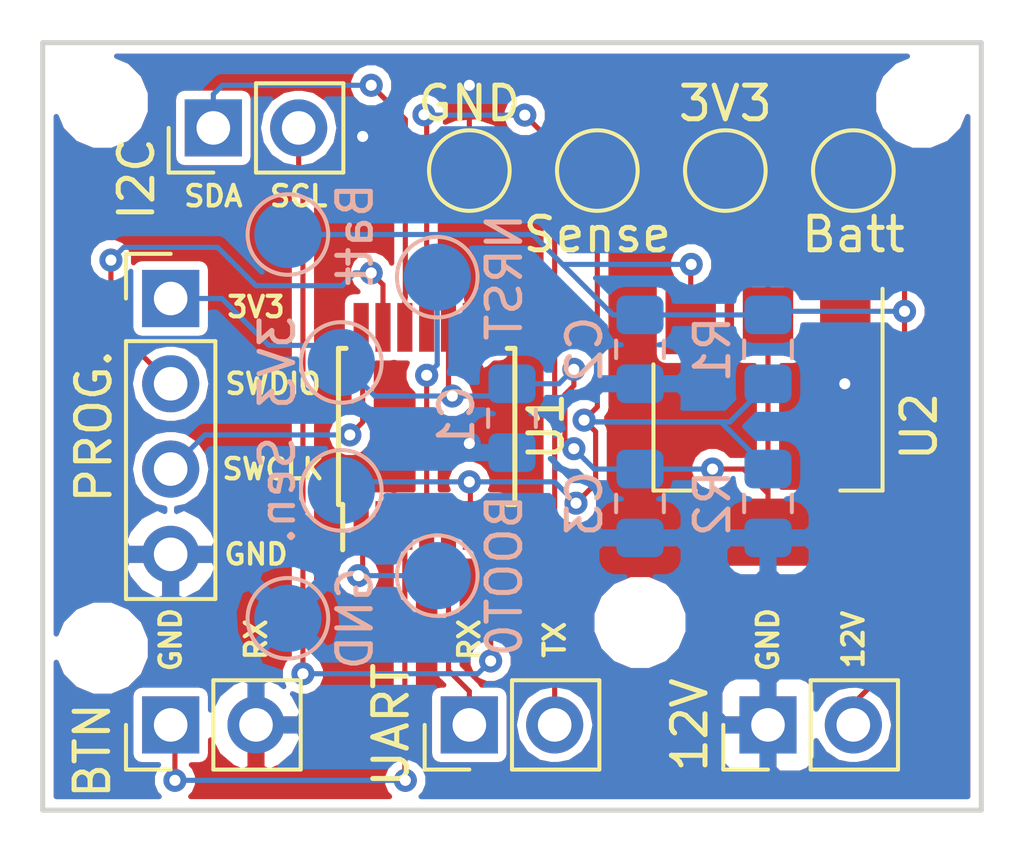
<source format=kicad_pcb>
(kicad_pcb (version 20171130) (host pcbnew "(5.0.2)-1")

  (general
    (thickness 1.6)
    (drawings 16)
    (tracks 155)
    (zones 0)
    (modules 26)
    (nets 14)
  )

  (page A4)
  (layers
    (0 F.Cu signal)
    (31 B.Cu signal)
    (32 B.Adhes user)
    (33 F.Adhes user)
    (34 B.Paste user)
    (35 F.Paste user)
    (36 B.SilkS user)
    (37 F.SilkS user)
    (38 B.Mask user)
    (39 F.Mask user)
    (40 Dwgs.User user)
    (41 Cmts.User user hide)
    (42 Eco1.User user)
    (43 Eco2.User user)
    (44 Edge.Cuts user)
    (45 Margin user)
    (46 B.CrtYd user hide)
    (47 F.CrtYd user hide)
    (48 B.Fab user hide)
    (49 F.Fab user hide)
  )

  (setup
    (last_trace_width 0.1524)
    (trace_clearance 0.1524)
    (zone_clearance 0.254)
    (zone_45_only no)
    (trace_min 0.1524)
    (segment_width 0.2)
    (edge_width 0.15)
    (via_size 0.6858)
    (via_drill 0.3302)
    (via_min_size 0.508)
    (via_min_drill 0.254)
    (uvia_size 6.858)
    (uvia_drill 0.3302)
    (uvias_allowed no)
    (uvia_min_size 0.2)
    (uvia_min_drill 0.1)
    (pcb_text_width 0.3)
    (pcb_text_size 1.5 1.5)
    (mod_edge_width 0.15)
    (mod_text_size 1 1)
    (mod_text_width 0.15)
    (pad_size 2.2 2.2)
    (pad_drill 2.2)
    (pad_to_mask_clearance 0.051)
    (solder_mask_min_width 0.25)
    (aux_axis_origin 0 0)
    (visible_elements 7FFFFFFF)
    (pcbplotparams
      (layerselection 0x010fc_ffffffff)
      (usegerberextensions false)
      (usegerberattributes false)
      (usegerberadvancedattributes false)
      (creategerberjobfile false)
      (excludeedgelayer true)
      (linewidth 0.100000)
      (plotframeref false)
      (viasonmask false)
      (mode 1)
      (useauxorigin false)
      (hpglpennumber 1)
      (hpglpenspeed 20)
      (hpglpendiameter 15.000000)
      (psnegative false)
      (psa4output false)
      (plotreference true)
      (plotvalue true)
      (plotinvisibletext false)
      (padsonsilk false)
      (subtractmaskfromsilk false)
      (outputformat 1)
      (mirror false)
      (drillshape 1)
      (scaleselection 1)
      (outputdirectory ""))
  )

  (net 0 "")
  (net 1 GND)
  (net 2 +3V3)
  (net 3 /SWCLK)
  (net 4 /SWDIO)
  (net 5 /I2C_SDA)
  (net 6 /I2C_SCL)
  (net 7 /UART_TX)
  (net 8 /UART_RX)
  (net 9 /BTN)
  (net 10 /BOOT0)
  (net 11 /NRST)
  (net 12 /BattVolt)
  (net 13 /12Volt)

  (net_class Default "This is the default net class."
    (clearance 0.1524)
    (trace_width 0.1524)
    (via_dia 0.6858)
    (via_drill 0.3302)
    (uvia_dia 6.858)
    (uvia_drill 0.3302)
    (add_net +3V3)
    (add_net /12Volt)
    (add_net /BOOT0)
    (add_net /BTN)
    (add_net /BattVolt)
    (add_net /I2C_SCL)
    (add_net /I2C_SDA)
    (add_net /NRST)
    (add_net /SWCLK)
    (add_net /SWDIO)
    (add_net /UART_RX)
    (add_net /UART_TX)
    (add_net GND)
  )

  (module MountingHole:MountingHole_2.2mm_M2 (layer F.Cu) (tedit 5C94B61F) (tstamp 5CB73177)
    (at 122.428 129.794)
    (descr "Mounting Hole 2.2mm, no annular, M2")
    (tags "mounting hole 2.2mm no annular m2")
    (attr virtual)
    (fp_text reference REF** (at 0 -3.2) (layer F.SilkS) hide
      (effects (font (size 1 1) (thickness 0.15)))
    )
    (fp_text value MountingHole_2.2mm_M2 (at 0 3.2) (layer F.Fab)
      (effects (font (size 1 1) (thickness 0.15)))
    )
    (fp_text user %R (at 0.3 0) (layer F.Fab)
      (effects (font (size 1 1) (thickness 0.15)))
    )
    (fp_circle (center 0 0) (end 2.2 0) (layer Cmts.User) (width 0.15))
    (fp_circle (center 0 0) (end 2.45 0) (layer F.CrtYd) (width 0.05))
    (pad 1 np_thru_hole circle (at 0 0) (size 2.2 2.2) (drill 2.2) (layers *.Cu *.Mask))
  )

  (module MountingHole:MountingHole_2.2mm_M2 (layer F.Cu) (tedit 5C94B619) (tstamp 5CB730BD)
    (at 138.43 129.032)
    (descr "Mounting Hole 2.2mm, no annular, M2")
    (tags "mounting hole 2.2mm no annular m2")
    (attr virtual)
    (fp_text reference REF** (at 0 -3.2) (layer F.SilkS) hide
      (effects (font (size 1 1) (thickness 0.15)))
    )
    (fp_text value MountingHole_2.2mm_M2 (at 0 3.2) (layer F.Fab)
      (effects (font (size 1 1) (thickness 0.15)))
    )
    (fp_circle (center 0 0) (end 2.45 0) (layer F.CrtYd) (width 0.05))
    (fp_circle (center 0 0) (end 2.2 0) (layer Cmts.User) (width 0.15))
    (fp_text user %R (at 0.3 0) (layer F.Fab)
      (effects (font (size 1 1) (thickness 0.15)))
    )
    (pad 1 np_thru_hole circle (at 0 0) (size 2.2 2.2) (drill 2.2) (layers *.Cu *.Mask))
  )

  (module MountingHole:MountingHole_2.2mm_M2 (layer F.Cu) (tedit 5C94B624) (tstamp 5CB730AE)
    (at 122.428 113.538)
    (descr "Mounting Hole 2.2mm, no annular, M2")
    (tags "mounting hole 2.2mm no annular m2")
    (attr virtual)
    (fp_text reference REF** (at 0 -3.2) (layer F.SilkS) hide
      (effects (font (size 1 1) (thickness 0.15)))
    )
    (fp_text value MountingHole_2.2mm_M2 (at 0 3.2) (layer F.Fab)
      (effects (font (size 1 1) (thickness 0.15)))
    )
    (fp_text user %R (at 0.3 0) (layer F.Fab)
      (effects (font (size 1 1) (thickness 0.15)))
    )
    (fp_circle (center 0 0) (end 2.2 0) (layer Cmts.User) (width 0.15))
    (fp_circle (center 0 0) (end 2.45 0) (layer F.CrtYd) (width 0.05))
    (pad 1 np_thru_hole circle (at 0 0) (size 2.2 2.2) (drill 2.2) (layers *.Cu *.Mask))
  )

  (module Resistor_SMD:R_0805_2012Metric_Pad1.15x1.40mm_HandSolder (layer B.Cu) (tedit 5B36C52B) (tstamp 5CAAD61F)
    (at 142.24 120.895 270)
    (descr "Resistor SMD 0805 (2012 Metric), square (rectangular) end terminal, IPC_7351 nominal with elongated pad for handsoldering. (Body size source: https://docs.google.com/spreadsheets/d/1BsfQQcO9C6DZCsRaXUlFlo91Tg2WpOkGARC1WS5S8t0/edit?usp=sharing), generated with kicad-footprint-generator")
    (tags "resistor handsolder")
    (path /5C8FD601)
    (attr smd)
    (fp_text reference R1 (at 0 1.65 270) (layer B.SilkS)
      (effects (font (size 1 1) (thickness 0.15)) (justify mirror))
    )
    (fp_text value 10k (at 0 -1.65 270) (layer B.Fab)
      (effects (font (size 1 1) (thickness 0.15)) (justify mirror))
    )
    (fp_line (start -1 -0.6) (end -1 0.6) (layer B.Fab) (width 0.1))
    (fp_line (start -1 0.6) (end 1 0.6) (layer B.Fab) (width 0.1))
    (fp_line (start 1 0.6) (end 1 -0.6) (layer B.Fab) (width 0.1))
    (fp_line (start 1 -0.6) (end -1 -0.6) (layer B.Fab) (width 0.1))
    (fp_line (start -0.261252 0.71) (end 0.261252 0.71) (layer B.SilkS) (width 0.12))
    (fp_line (start -0.261252 -0.71) (end 0.261252 -0.71) (layer B.SilkS) (width 0.12))
    (fp_line (start -1.85 -0.95) (end -1.85 0.95) (layer B.CrtYd) (width 0.05))
    (fp_line (start -1.85 0.95) (end 1.85 0.95) (layer B.CrtYd) (width 0.05))
    (fp_line (start 1.85 0.95) (end 1.85 -0.95) (layer B.CrtYd) (width 0.05))
    (fp_line (start 1.85 -0.95) (end -1.85 -0.95) (layer B.CrtYd) (width 0.05))
    (fp_text user %R (at 0 0 270) (layer B.Fab)
      (effects (font (size 0.5 0.5) (thickness 0.08)) (justify mirror))
    )
    (pad 1 smd roundrect (at -1.025 0 270) (size 1.15 1.4) (layers B.Cu B.Paste B.Mask) (roundrect_rratio 0.217391)
      (net 13 /12Volt))
    (pad 2 smd roundrect (at 1.025 0 270) (size 1.15 1.4) (layers B.Cu B.Paste B.Mask) (roundrect_rratio 0.217391)
      (net 12 /BattVolt))
    (model ${KISYS3DMOD}/Resistor_SMD.3dshapes/R_0805_2012Metric.wrl
      (at (xyz 0 0 0))
      (scale (xyz 1 1 1))
      (rotate (xyz 0 0 0))
    )
  )

  (module TestPoint:TestPoint_Pad_D2.0mm (layer B.Cu) (tedit 5C921128) (tstamp 5CAADA39)
    (at 129.54 121.285 90)
    (descr "SMD pad as test Point, diameter 2.0mm")
    (tags "test point SMD pad")
    (path /5C94427C)
    (attr virtual)
    (fp_text reference 3V3 (at 0 -1.905 90) (layer B.SilkS)
      (effects (font (size 1 1) (thickness 0.15)) (justify mirror))
    )
    (fp_text value 3V3 (at 0 -2.05 90) (layer B.Fab)
      (effects (font (size 1 1) (thickness 0.15)) (justify mirror))
    )
    (fp_circle (center 0 0) (end 0 -1.2) (layer B.SilkS) (width 0.12))
    (fp_circle (center 0 0) (end 1.5 0) (layer B.CrtYd) (width 0.05))
    (fp_text user %R (at 0 2 90) (layer B.Fab)
      (effects (font (size 1 1) (thickness 0.15)) (justify mirror))
    )
    (pad 1 smd circle (at 0 0 90) (size 2 2) (layers B.Cu B.Mask)
      (net 2 +3V3))
  )

  (module TestPoint:TestPoint_Pad_D2.0mm (layer B.Cu) (tedit 5C92117C) (tstamp 5CAADA4E)
    (at 129.54 125.094932 90)
    (descr "SMD pad as test Point, diameter 2.0mm")
    (tags "test point SMD pad")
    (path /5C9500BE)
    (attr virtual)
    (fp_text reference Sen. (at 0 -1.905 90) (layer B.SilkS)
      (effects (font (size 1 1) (thickness 0.15)) (justify mirror))
    )
    (fp_text value BattVolt (at 0 -2.05 90) (layer B.Fab)
      (effects (font (size 1 1) (thickness 0.15)) (justify mirror))
    )
    (fp_circle (center 0 0) (end 0 -1.2) (layer B.SilkS) (width 0.12))
    (fp_circle (center 0 0) (end 1.5 0) (layer B.CrtYd) (width 0.05))
    (fp_text user %R (at 0 2 90) (layer B.Fab)
      (effects (font (size 1 1) (thickness 0.15)) (justify mirror))
    )
    (pad 1 smd circle (at 0 0 90) (size 2 2) (layers B.Cu B.Mask)
      (net 12 /BattVolt))
  )

  (module TestPoint:TestPoint_Pad_D2.0mm (layer B.Cu) (tedit 5C92112F) (tstamp 5CAADA24)
    (at 127.949877 117.474932 90)
    (descr "SMD pad as test Point, diameter 2.0mm")
    (tags "test point SMD pad")
    (path /5C944372)
    (attr virtual)
    (fp_text reference Batt (at 0 1.998 90) (layer B.SilkS)
      (effects (font (size 1 1) (thickness 0.15)) (justify mirror))
    )
    (fp_text value 12V (at 0 -2.05 90) (layer B.Fab)
      (effects (font (size 1 1) (thickness 0.15)) (justify mirror))
    )
    (fp_text user %R (at 0 2 90) (layer B.Fab)
      (effects (font (size 1 1) (thickness 0.15)) (justify mirror))
    )
    (fp_circle (center 0 0) (end 1.5 0) (layer B.CrtYd) (width 0.05))
    (fp_circle (center 0 0) (end 0 -1.2) (layer B.SilkS) (width 0.12))
    (pad 1 smd circle (at 0 0 90) (size 2 2) (layers B.Cu B.Mask)
      (net 13 /12Volt))
  )

  (module TestPoint:TestPoint_Pad_D2.0mm (layer B.Cu) (tedit 5C921114) (tstamp 5CAADA63)
    (at 127.949877 128.904932 90)
    (descr "SMD pad as test Point, diameter 2.0mm")
    (tags "test point SMD pad")
    (path /5C945D4A)
    (attr virtual)
    (fp_text reference GND (at 0 1.998 90) (layer B.SilkS)
      (effects (font (size 1 1) (thickness 0.15)) (justify mirror))
    )
    (fp_text value GND (at 0 -2.05 90) (layer B.Fab)
      (effects (font (size 1 1) (thickness 0.15)) (justify mirror))
    )
    (fp_text user %R (at 0 2 90) (layer B.Fab)
      (effects (font (size 1 1) (thickness 0.15)) (justify mirror))
    )
    (fp_circle (center 0 0) (end 1.5 0) (layer B.CrtYd) (width 0.05))
    (fp_circle (center 0 0) (end 0 -1.2) (layer B.SilkS) (width 0.12))
    (pad 1 smd circle (at 0 0 90) (size 2 2) (layers B.Cu B.Mask)
      (net 1 GND))
  )

  (module Capacitor_SMD:C_0805_2012Metric_Pad1.15x1.40mm_HandSolder (layer B.Cu) (tedit 5B36C52B) (tstamp 5CAAC78A)
    (at 134.62 122.945 270)
    (descr "Capacitor SMD 0805 (2012 Metric), square (rectangular) end terminal, IPC_7351 nominal with elongated pad for handsoldering. (Body size source: https://docs.google.com/spreadsheets/d/1BsfQQcO9C6DZCsRaXUlFlo91Tg2WpOkGARC1WS5S8t0/edit?usp=sharing), generated with kicad-footprint-generator")
    (tags "capacitor handsolder")
    (path /5C900EE7)
    (attr smd)
    (fp_text reference C1 (at 0 1.65 270) (layer B.SilkS)
      (effects (font (size 1 1) (thickness 0.15)) (justify mirror))
    )
    (fp_text value 10uF (at 0 -1.65 270) (layer B.Fab)
      (effects (font (size 1 1) (thickness 0.15)) (justify mirror))
    )
    (fp_text user %R (at 0 0 270) (layer B.Fab)
      (effects (font (size 0.5 0.5) (thickness 0.08)) (justify mirror))
    )
    (fp_line (start 1.85 -0.95) (end -1.85 -0.95) (layer B.CrtYd) (width 0.05))
    (fp_line (start 1.85 0.95) (end 1.85 -0.95) (layer B.CrtYd) (width 0.05))
    (fp_line (start -1.85 0.95) (end 1.85 0.95) (layer B.CrtYd) (width 0.05))
    (fp_line (start -1.85 -0.95) (end -1.85 0.95) (layer B.CrtYd) (width 0.05))
    (fp_line (start -0.261252 -0.71) (end 0.261252 -0.71) (layer B.SilkS) (width 0.12))
    (fp_line (start -0.261252 0.71) (end 0.261252 0.71) (layer B.SilkS) (width 0.12))
    (fp_line (start 1 -0.6) (end -1 -0.6) (layer B.Fab) (width 0.1))
    (fp_line (start 1 0.6) (end 1 -0.6) (layer B.Fab) (width 0.1))
    (fp_line (start -1 0.6) (end 1 0.6) (layer B.Fab) (width 0.1))
    (fp_line (start -1 -0.6) (end -1 0.6) (layer B.Fab) (width 0.1))
    (pad 2 smd roundrect (at 1.025 0 270) (size 1.15 1.4) (layers B.Cu B.Paste B.Mask) (roundrect_rratio 0.217391)
      (net 1 GND))
    (pad 1 smd roundrect (at -1.025 0 270) (size 1.15 1.4) (layers B.Cu B.Paste B.Mask) (roundrect_rratio 0.217391)
      (net 2 +3V3))
    (model ${KISYS3DMOD}/Capacitor_SMD.3dshapes/C_0805_2012Metric.wrl
      (at (xyz 0 0 0))
      (scale (xyz 1 1 1))
      (rotate (xyz 0 0 0))
    )
  )

  (module Capacitor_SMD:C_0805_2012Metric_Pad1.15x1.40mm_HandSolder (layer B.Cu) (tedit 5B36C52B) (tstamp 5C9E7F99)
    (at 138.43 120.895 270)
    (descr "Capacitor SMD 0805 (2012 Metric), square (rectangular) end terminal, IPC_7351 nominal with elongated pad for handsoldering. (Body size source: https://docs.google.com/spreadsheets/d/1BsfQQcO9C6DZCsRaXUlFlo91Tg2WpOkGARC1WS5S8t0/edit?usp=sharing), generated with kicad-footprint-generator")
    (tags "capacitor handsolder")
    (path /5C8FDC68)
    (attr smd)
    (fp_text reference C2 (at 0 1.65 270) (layer B.SilkS)
      (effects (font (size 1 1) (thickness 0.15)) (justify mirror))
    )
    (fp_text value 100nF (at 0 -1.65 270) (layer B.Fab)
      (effects (font (size 1 1) (thickness 0.15)) (justify mirror))
    )
    (fp_line (start -1 -0.6) (end -1 0.6) (layer B.Fab) (width 0.1))
    (fp_line (start -1 0.6) (end 1 0.6) (layer B.Fab) (width 0.1))
    (fp_line (start 1 0.6) (end 1 -0.6) (layer B.Fab) (width 0.1))
    (fp_line (start 1 -0.6) (end -1 -0.6) (layer B.Fab) (width 0.1))
    (fp_line (start -0.261252 0.71) (end 0.261252 0.71) (layer B.SilkS) (width 0.12))
    (fp_line (start -0.261252 -0.71) (end 0.261252 -0.71) (layer B.SilkS) (width 0.12))
    (fp_line (start -1.85 -0.95) (end -1.85 0.95) (layer B.CrtYd) (width 0.05))
    (fp_line (start -1.85 0.95) (end 1.85 0.95) (layer B.CrtYd) (width 0.05))
    (fp_line (start 1.85 0.95) (end 1.85 -0.95) (layer B.CrtYd) (width 0.05))
    (fp_line (start 1.85 -0.95) (end -1.85 -0.95) (layer B.CrtYd) (width 0.05))
    (fp_text user %R (at 0 0 270) (layer B.Fab)
      (effects (font (size 0.5 0.5) (thickness 0.08)) (justify mirror))
    )
    (pad 1 smd roundrect (at -1.025 0 270) (size 1.15 1.4) (layers B.Cu B.Paste B.Mask) (roundrect_rratio 0.217391)
      (net 13 /12Volt))
    (pad 2 smd roundrect (at 1.025 0 270) (size 1.15 1.4) (layers B.Cu B.Paste B.Mask) (roundrect_rratio 0.217391)
      (net 1 GND))
    (model ${KISYS3DMOD}/Capacitor_SMD.3dshapes/C_0805_2012Metric.wrl
      (at (xyz 0 0 0))
      (scale (xyz 1 1 1))
      (rotate (xyz 0 0 0))
    )
  )

  (module Capacitor_SMD:C_0805_2012Metric_Pad1.15x1.40mm_HandSolder (layer B.Cu) (tedit 5B36C52B) (tstamp 5C9DA30F)
    (at 138.43 125.485 270)
    (descr "Capacitor SMD 0805 (2012 Metric), square (rectangular) end terminal, IPC_7351 nominal with elongated pad for handsoldering. (Body size source: https://docs.google.com/spreadsheets/d/1BsfQQcO9C6DZCsRaXUlFlo91Tg2WpOkGARC1WS5S8t0/edit?usp=sharing), generated with kicad-footprint-generator")
    (tags "capacitor handsolder")
    (path /5C8FDD40)
    (attr smd)
    (fp_text reference C3 (at 0 1.65 270) (layer B.SilkS)
      (effects (font (size 1 1) (thickness 0.15)) (justify mirror))
    )
    (fp_text value 10uF (at 0 -1.65 270) (layer B.Fab)
      (effects (font (size 1 1) (thickness 0.15)) (justify mirror))
    )
    (fp_line (start -1 -0.6) (end -1 0.6) (layer B.Fab) (width 0.1))
    (fp_line (start -1 0.6) (end 1 0.6) (layer B.Fab) (width 0.1))
    (fp_line (start 1 0.6) (end 1 -0.6) (layer B.Fab) (width 0.1))
    (fp_line (start 1 -0.6) (end -1 -0.6) (layer B.Fab) (width 0.1))
    (fp_line (start -0.261252 0.71) (end 0.261252 0.71) (layer B.SilkS) (width 0.12))
    (fp_line (start -0.261252 -0.71) (end 0.261252 -0.71) (layer B.SilkS) (width 0.12))
    (fp_line (start -1.85 -0.95) (end -1.85 0.95) (layer B.CrtYd) (width 0.05))
    (fp_line (start -1.85 0.95) (end 1.85 0.95) (layer B.CrtYd) (width 0.05))
    (fp_line (start 1.85 0.95) (end 1.85 -0.95) (layer B.CrtYd) (width 0.05))
    (fp_line (start 1.85 -0.95) (end -1.85 -0.95) (layer B.CrtYd) (width 0.05))
    (fp_text user %R (at 0 0 270) (layer B.Fab)
      (effects (font (size 0.5 0.5) (thickness 0.08)) (justify mirror))
    )
    (pad 1 smd roundrect (at -1.025 0 270) (size 1.15 1.4) (layers B.Cu B.Paste B.Mask) (roundrect_rratio 0.217391)
      (net 2 +3V3))
    (pad 2 smd roundrect (at 1.025 0 270) (size 1.15 1.4) (layers B.Cu B.Paste B.Mask) (roundrect_rratio 0.217391)
      (net 1 GND))
    (model ${KISYS3DMOD}/Capacitor_SMD.3dshapes/C_0805_2012Metric.wrl
      (at (xyz 0 0 0))
      (scale (xyz 1 1 1))
      (rotate (xyz 0 0 0))
    )
  )

  (module Connector_PinHeader_2.54mm:PinHeader_1x02_P2.54mm_Vertical (layer F.Cu) (tedit 5C9212C3) (tstamp 5CAAE946)
    (at 142.24 132.08 90)
    (descr "Through hole straight pin header, 1x02, 2.54mm pitch, single row")
    (tags "Through hole pin header THT 1x02 2.54mm single row")
    (path /5C8FD267)
    (fp_text reference 12V (at 0 -2.33 90) (layer F.SilkS)
      (effects (font (size 1 1) (thickness 0.15)))
    )
    (fp_text value 12V (at 0 4.87 90) (layer F.Fab)
      (effects (font (size 1 1) (thickness 0.15)))
    )
    (fp_line (start -0.635 -1.27) (end 1.27 -1.27) (layer F.Fab) (width 0.1))
    (fp_line (start 1.27 -1.27) (end 1.27 3.81) (layer F.Fab) (width 0.1))
    (fp_line (start 1.27 3.81) (end -1.27 3.81) (layer F.Fab) (width 0.1))
    (fp_line (start -1.27 3.81) (end -1.27 -0.635) (layer F.Fab) (width 0.1))
    (fp_line (start -1.27 -0.635) (end -0.635 -1.27) (layer F.Fab) (width 0.1))
    (fp_line (start -1.33 3.87) (end 1.33 3.87) (layer F.SilkS) (width 0.12))
    (fp_line (start -1.33 1.27) (end -1.33 3.87) (layer F.SilkS) (width 0.12))
    (fp_line (start 1.33 1.27) (end 1.33 3.87) (layer F.SilkS) (width 0.12))
    (fp_line (start -1.33 1.27) (end 1.33 1.27) (layer F.SilkS) (width 0.12))
    (fp_line (start -1.33 0) (end -1.33 -1.33) (layer F.SilkS) (width 0.12))
    (fp_line (start -1.33 -1.33) (end 0 -1.33) (layer F.SilkS) (width 0.12))
    (fp_line (start -1.8 -1.8) (end -1.8 4.35) (layer F.CrtYd) (width 0.05))
    (fp_line (start -1.8 4.35) (end 1.8 4.35) (layer F.CrtYd) (width 0.05))
    (fp_line (start 1.8 4.35) (end 1.8 -1.8) (layer F.CrtYd) (width 0.05))
    (fp_line (start 1.8 -1.8) (end -1.8 -1.8) (layer F.CrtYd) (width 0.05))
    (fp_text user %R (at 0 1.27 180) (layer F.Fab)
      (effects (font (size 1 1) (thickness 0.15)))
    )
    (pad 1 thru_hole rect (at 0 0 90) (size 1.7 1.7) (drill 1) (layers *.Cu *.Mask)
      (net 1 GND))
    (pad 2 thru_hole oval (at 0 2.54 90) (size 1.7 1.7) (drill 1) (layers *.Cu *.Mask)
      (net 13 /12Volt))
    (model ${KISYS3DMOD}/Connector_PinHeader_2.54mm.3dshapes/PinHeader_1x02_P2.54mm_Vertical.wrl
      (at (xyz 0 0 0))
      (scale (xyz 1 1 1))
      (rotate (xyz 0 0 0))
    )
  )

  (module Connector_PinHeader_2.54mm:PinHeader_1x02_P2.54mm_Vertical (layer F.Cu) (tedit 5C921304) (tstamp 5C9DAE9C)
    (at 125.73 114.3 90)
    (descr "Through hole straight pin header, 1x02, 2.54mm pitch, single row")
    (tags "Through hole pin header THT 1x02 2.54mm single row")
    (path /5C913A97)
    (fp_text reference I2C (at -1.524 -2.286 90) (layer F.SilkS)
      (effects (font (size 1 1) (thickness 0.15)))
    )
    (fp_text value I2C (at 0 4.87 90) (layer F.Fab)
      (effects (font (size 1 1) (thickness 0.15)))
    )
    (fp_line (start -0.635 -1.27) (end 1.27 -1.27) (layer F.Fab) (width 0.1))
    (fp_line (start 1.27 -1.27) (end 1.27 3.81) (layer F.Fab) (width 0.1))
    (fp_line (start 1.27 3.81) (end -1.27 3.81) (layer F.Fab) (width 0.1))
    (fp_line (start -1.27 3.81) (end -1.27 -0.635) (layer F.Fab) (width 0.1))
    (fp_line (start -1.27 -0.635) (end -0.635 -1.27) (layer F.Fab) (width 0.1))
    (fp_line (start -1.33 3.87) (end 1.33 3.87) (layer F.SilkS) (width 0.12))
    (fp_line (start -1.33 1.27) (end -1.33 3.87) (layer F.SilkS) (width 0.12))
    (fp_line (start 1.33 1.27) (end 1.33 3.87) (layer F.SilkS) (width 0.12))
    (fp_line (start -1.33 1.27) (end 1.33 1.27) (layer F.SilkS) (width 0.12))
    (fp_line (start -1.33 0) (end -1.33 -1.33) (layer F.SilkS) (width 0.12))
    (fp_line (start -1.33 -1.33) (end 0 -1.33) (layer F.SilkS) (width 0.12))
    (fp_line (start -1.8 -1.8) (end -1.8 4.35) (layer F.CrtYd) (width 0.05))
    (fp_line (start -1.8 4.35) (end 1.8 4.35) (layer F.CrtYd) (width 0.05))
    (fp_line (start 1.8 4.35) (end 1.8 -1.8) (layer F.CrtYd) (width 0.05))
    (fp_line (start 1.8 -1.8) (end -1.8 -1.8) (layer F.CrtYd) (width 0.05))
    (fp_text user %R (at 0 1.27 180) (layer F.Fab)
      (effects (font (size 1 1) (thickness 0.15)))
    )
    (pad 1 thru_hole rect (at 0 0 90) (size 1.7 1.7) (drill 1) (layers *.Cu *.Mask)
      (net 5 /I2C_SDA))
    (pad 2 thru_hole oval (at 0 2.54 90) (size 1.7 1.7) (drill 1) (layers *.Cu *.Mask)
      (net 6 /I2C_SCL))
    (model ${KISYS3DMOD}/Connector_PinHeader_2.54mm.3dshapes/PinHeader_1x02_P2.54mm_Vertical.wrl
      (at (xyz 0 0 0))
      (scale (xyz 1 1 1))
      (rotate (xyz 0 0 0))
    )
  )

  (module Connector_PinHeader_2.54mm:PinHeader_1x02_P2.54mm_Vertical (layer F.Cu) (tedit 5C9212CD) (tstamp 5CAAE8C3)
    (at 133.35 132.08 90)
    (descr "Through hole straight pin header, 1x02, 2.54mm pitch, single row")
    (tags "Through hole pin header THT 1x02 2.54mm single row")
    (path /5C9152B7)
    (fp_text reference UART (at 0 -2.33 90) (layer F.SilkS)
      (effects (font (size 1 1) (thickness 0.15)))
    )
    (fp_text value UART (at 0 4.87 90) (layer F.Fab)
      (effects (font (size 1 1) (thickness 0.15)))
    )
    (fp_text user %R (at 0 1.27 180) (layer F.Fab)
      (effects (font (size 1 1) (thickness 0.15)))
    )
    (fp_line (start 1.8 -1.8) (end -1.8 -1.8) (layer F.CrtYd) (width 0.05))
    (fp_line (start 1.8 4.35) (end 1.8 -1.8) (layer F.CrtYd) (width 0.05))
    (fp_line (start -1.8 4.35) (end 1.8 4.35) (layer F.CrtYd) (width 0.05))
    (fp_line (start -1.8 -1.8) (end -1.8 4.35) (layer F.CrtYd) (width 0.05))
    (fp_line (start -1.33 -1.33) (end 0 -1.33) (layer F.SilkS) (width 0.12))
    (fp_line (start -1.33 0) (end -1.33 -1.33) (layer F.SilkS) (width 0.12))
    (fp_line (start -1.33 1.27) (end 1.33 1.27) (layer F.SilkS) (width 0.12))
    (fp_line (start 1.33 1.27) (end 1.33 3.87) (layer F.SilkS) (width 0.12))
    (fp_line (start -1.33 1.27) (end -1.33 3.87) (layer F.SilkS) (width 0.12))
    (fp_line (start -1.33 3.87) (end 1.33 3.87) (layer F.SilkS) (width 0.12))
    (fp_line (start -1.27 -0.635) (end -0.635 -1.27) (layer F.Fab) (width 0.1))
    (fp_line (start -1.27 3.81) (end -1.27 -0.635) (layer F.Fab) (width 0.1))
    (fp_line (start 1.27 3.81) (end -1.27 3.81) (layer F.Fab) (width 0.1))
    (fp_line (start 1.27 -1.27) (end 1.27 3.81) (layer F.Fab) (width 0.1))
    (fp_line (start -0.635 -1.27) (end 1.27 -1.27) (layer F.Fab) (width 0.1))
    (pad 2 thru_hole oval (at 0 2.54 90) (size 1.7 1.7) (drill 1) (layers *.Cu *.Mask)
      (net 7 /UART_TX))
    (pad 1 thru_hole rect (at 0 0 90) (size 1.7 1.7) (drill 1) (layers *.Cu *.Mask)
      (net 8 /UART_RX))
    (model ${KISYS3DMOD}/Connector_PinHeader_2.54mm.3dshapes/PinHeader_1x02_P2.54mm_Vertical.wrl
      (at (xyz 0 0 0))
      (scale (xyz 1 1 1))
      (rotate (xyz 0 0 0))
    )
  )

  (module Connector_PinHeader_2.54mm:PinHeader_1x02_P2.54mm_Vertical (layer F.Cu) (tedit 5C9212D6) (tstamp 5C9DA38E)
    (at 124.46 132.08 90)
    (descr "Through hole straight pin header, 1x02, 2.54mm pitch, single row")
    (tags "Through hole pin header THT 1x02 2.54mm single row")
    (path /5C923AD9)
    (fp_text reference BTN (at -0.762 -2.33 90) (layer F.SilkS)
      (effects (font (size 1 1) (thickness 0.15)))
    )
    (fp_text value Button (at 0 4.87 90) (layer F.Fab)
      (effects (font (size 1 1) (thickness 0.15)))
    )
    (fp_line (start -0.635 -1.27) (end 1.27 -1.27) (layer F.Fab) (width 0.1))
    (fp_line (start 1.27 -1.27) (end 1.27 3.81) (layer F.Fab) (width 0.1))
    (fp_line (start 1.27 3.81) (end -1.27 3.81) (layer F.Fab) (width 0.1))
    (fp_line (start -1.27 3.81) (end -1.27 -0.635) (layer F.Fab) (width 0.1))
    (fp_line (start -1.27 -0.635) (end -0.635 -1.27) (layer F.Fab) (width 0.1))
    (fp_line (start -1.33 3.87) (end 1.33 3.87) (layer F.SilkS) (width 0.12))
    (fp_line (start -1.33 1.27) (end -1.33 3.87) (layer F.SilkS) (width 0.12))
    (fp_line (start 1.33 1.27) (end 1.33 3.87) (layer F.SilkS) (width 0.12))
    (fp_line (start -1.33 1.27) (end 1.33 1.27) (layer F.SilkS) (width 0.12))
    (fp_line (start -1.33 0) (end -1.33 -1.33) (layer F.SilkS) (width 0.12))
    (fp_line (start -1.33 -1.33) (end 0 -1.33) (layer F.SilkS) (width 0.12))
    (fp_line (start -1.8 -1.8) (end -1.8 4.35) (layer F.CrtYd) (width 0.05))
    (fp_line (start -1.8 4.35) (end 1.8 4.35) (layer F.CrtYd) (width 0.05))
    (fp_line (start 1.8 4.35) (end 1.8 -1.8) (layer F.CrtYd) (width 0.05))
    (fp_line (start 1.8 -1.8) (end -1.8 -1.8) (layer F.CrtYd) (width 0.05))
    (fp_text user %R (at 0 1.27 180) (layer F.Fab)
      (effects (font (size 1 1) (thickness 0.15)))
    )
    (pad 1 thru_hole rect (at 0 0 90) (size 1.7 1.7) (drill 1) (layers *.Cu *.Mask)
      (net 9 /BTN))
    (pad 2 thru_hole oval (at 0 2.54 90) (size 1.7 1.7) (drill 1) (layers *.Cu *.Mask)
      (net 1 GND))
    (model ${KISYS3DMOD}/Connector_PinHeader_2.54mm.3dshapes/PinHeader_1x02_P2.54mm_Vertical.wrl
      (at (xyz 0 0 0))
      (scale (xyz 1 1 1))
      (rotate (xyz 0 0 0))
    )
  )

  (module Resistor_SMD:R_0805_2012Metric_Pad1.15x1.40mm_HandSolder (layer B.Cu) (tedit 5B36C52B) (tstamp 5C9DA3DA)
    (at 142.24 125.485 270)
    (descr "Resistor SMD 0805 (2012 Metric), square (rectangular) end terminal, IPC_7351 nominal with elongated pad for handsoldering. (Body size source: https://docs.google.com/spreadsheets/d/1BsfQQcO9C6DZCsRaXUlFlo91Tg2WpOkGARC1WS5S8t0/edit?usp=sharing), generated with kicad-footprint-generator")
    (tags "resistor handsolder")
    (path /5C8FD643)
    (attr smd)
    (fp_text reference R2 (at 0 1.65 270) (layer B.SilkS)
      (effects (font (size 1 1) (thickness 0.15)) (justify mirror))
    )
    (fp_text value 2.74k (at 0 -1.65 270) (layer B.Fab)
      (effects (font (size 1 1) (thickness 0.15)) (justify mirror))
    )
    (fp_text user %R (at 0 0 270) (layer B.Fab)
      (effects (font (size 0.5 0.5) (thickness 0.08)) (justify mirror))
    )
    (fp_line (start 1.85 -0.95) (end -1.85 -0.95) (layer B.CrtYd) (width 0.05))
    (fp_line (start 1.85 0.95) (end 1.85 -0.95) (layer B.CrtYd) (width 0.05))
    (fp_line (start -1.85 0.95) (end 1.85 0.95) (layer B.CrtYd) (width 0.05))
    (fp_line (start -1.85 -0.95) (end -1.85 0.95) (layer B.CrtYd) (width 0.05))
    (fp_line (start -0.261252 -0.71) (end 0.261252 -0.71) (layer B.SilkS) (width 0.12))
    (fp_line (start -0.261252 0.71) (end 0.261252 0.71) (layer B.SilkS) (width 0.12))
    (fp_line (start 1 -0.6) (end -1 -0.6) (layer B.Fab) (width 0.1))
    (fp_line (start 1 0.6) (end 1 -0.6) (layer B.Fab) (width 0.1))
    (fp_line (start -1 0.6) (end 1 0.6) (layer B.Fab) (width 0.1))
    (fp_line (start -1 -0.6) (end -1 0.6) (layer B.Fab) (width 0.1))
    (pad 2 smd roundrect (at 1.025 0 270) (size 1.15 1.4) (layers B.Cu B.Paste B.Mask) (roundrect_rratio 0.217391)
      (net 1 GND))
    (pad 1 smd roundrect (at -1.025 0 270) (size 1.15 1.4) (layers B.Cu B.Paste B.Mask) (roundrect_rratio 0.217391)
      (net 12 /BattVolt))
    (model ${KISYS3DMOD}/Resistor_SMD.3dshapes/R_0805_2012Metric.wrl
      (at (xyz 0 0 0))
      (scale (xyz 1 1 1))
      (rotate (xyz 0 0 0))
    )
  )

  (module Package_SO:TSSOP-14_4.4x5mm_P0.65mm (layer F.Cu) (tedit 5A02F25C) (tstamp 5C9DA3FD)
    (at 132.08 123.19 90)
    (descr "14-Lead Plastic Thin Shrink Small Outline (ST)-4.4 mm Body [TSSOP] (see Microchip Packaging Specification 00000049BS.pdf)")
    (tags "SSOP 0.65")
    (path /5C8FCE10)
    (attr smd)
    (fp_text reference U1 (at 0 3.556 90) (layer F.SilkS)
      (effects (font (size 1 1) (thickness 0.15)))
    )
    (fp_text value STM32L011D3Px (at 0 3.55 90) (layer F.Fab)
      (effects (font (size 1 1) (thickness 0.15)))
    )
    (fp_line (start -1.2 -2.5) (end 2.2 -2.5) (layer F.Fab) (width 0.15))
    (fp_line (start 2.2 -2.5) (end 2.2 2.5) (layer F.Fab) (width 0.15))
    (fp_line (start 2.2 2.5) (end -2.2 2.5) (layer F.Fab) (width 0.15))
    (fp_line (start -2.2 2.5) (end -2.2 -1.5) (layer F.Fab) (width 0.15))
    (fp_line (start -2.2 -1.5) (end -1.2 -2.5) (layer F.Fab) (width 0.15))
    (fp_line (start -3.95 -2.8) (end -3.95 2.8) (layer F.CrtYd) (width 0.05))
    (fp_line (start 3.95 -2.8) (end 3.95 2.8) (layer F.CrtYd) (width 0.05))
    (fp_line (start -3.95 -2.8) (end 3.95 -2.8) (layer F.CrtYd) (width 0.05))
    (fp_line (start -3.95 2.8) (end 3.95 2.8) (layer F.CrtYd) (width 0.05))
    (fp_line (start -2.325 -2.625) (end -2.325 -2.5) (layer F.SilkS) (width 0.15))
    (fp_line (start 2.325 -2.625) (end 2.325 -2.4) (layer F.SilkS) (width 0.15))
    (fp_line (start 2.325 2.625) (end 2.325 2.4) (layer F.SilkS) (width 0.15))
    (fp_line (start -2.325 2.625) (end -2.325 2.4) (layer F.SilkS) (width 0.15))
    (fp_line (start -2.325 -2.625) (end 2.325 -2.625) (layer F.SilkS) (width 0.15))
    (fp_line (start -2.325 2.625) (end 2.325 2.625) (layer F.SilkS) (width 0.15))
    (fp_line (start -2.325 -2.5) (end -3.675 -2.5) (layer F.SilkS) (width 0.15))
    (fp_text user %R (at 0 0 90) (layer F.Fab)
      (effects (font (size 0.8 0.8) (thickness 0.15)))
    )
    (pad 1 smd rect (at -2.95 -1.95 90) (size 1.45 0.45) (layers F.Cu F.Paste F.Mask)
      (net 10 /BOOT0))
    (pad 2 smd rect (at -2.95 -1.3 90) (size 1.45 0.45) (layers F.Cu F.Paste F.Mask))
    (pad 3 smd rect (at -2.95 -0.65 90) (size 1.45 0.45) (layers F.Cu F.Paste F.Mask)
      (net 9 /BTN))
    (pad 4 smd rect (at -2.95 0 90) (size 1.45 0.45) (layers F.Cu F.Paste F.Mask)
      (net 11 /NRST))
    (pad 5 smd rect (at -2.95 0.65 90) (size 1.45 0.45) (layers F.Cu F.Paste F.Mask)
      (net 8 /UART_RX))
    (pad 6 smd rect (at -2.95 1.3 90) (size 1.45 0.45) (layers F.Cu F.Paste F.Mask)
      (net 12 /BattVolt))
    (pad 7 smd rect (at -2.95 1.95 90) (size 1.45 0.45) (layers F.Cu F.Paste F.Mask)
      (net 6 /I2C_SCL))
    (pad 8 smd rect (at 2.95 1.95 90) (size 1.45 0.45) (layers F.Cu F.Paste F.Mask))
    (pad 9 smd rect (at 2.95 1.3 90) (size 1.45 0.45) (layers F.Cu F.Paste F.Mask)
      (net 1 GND))
    (pad 10 smd rect (at 2.95 0.65 90) (size 1.45 0.45) (layers F.Cu F.Paste F.Mask)
      (net 2 +3V3))
    (pad 11 smd rect (at 2.95 0 90) (size 1.45 0.45) (layers F.Cu F.Paste F.Mask)
      (net 7 /UART_TX))
    (pad 12 smd rect (at 2.95 -0.65 90) (size 1.45 0.45) (layers F.Cu F.Paste F.Mask)
      (net 5 /I2C_SDA))
    (pad 13 smd rect (at 2.95 -1.3 90) (size 1.45 0.45) (layers F.Cu F.Paste F.Mask)
      (net 4 /SWDIO))
    (pad 14 smd rect (at 2.95 -1.95 90) (size 1.45 0.45) (layers F.Cu F.Paste F.Mask)
      (net 3 /SWCLK))
    (model ${KISYS3DMOD}/Package_SO.3dshapes/TSSOP-14_4.4x5mm_P0.65mm.wrl
      (at (xyz 0 0 0))
      (scale (xyz 1 1 1))
      (rotate (xyz 0 0 0))
    )
  )

  (module Package_TO_SOT_SMD:SOT-223-3_TabPin2 (layer F.Cu) (tedit 5A02FF57) (tstamp 5C9DA413)
    (at 142.24 123.19 270)
    (descr "module CMS SOT223 4 pins")
    (tags "CMS SOT")
    (path /5C8FCFAD)
    (attr smd)
    (fp_text reference U2 (at 0 -4.5 270) (layer F.SilkS)
      (effects (font (size 1 1) (thickness 0.15)))
    )
    (fp_text value LD1117S33TR_SOT223 (at 0 4.5 270) (layer F.Fab)
      (effects (font (size 1 1) (thickness 0.15)))
    )
    (fp_text user %R (at 0 0) (layer F.Fab)
      (effects (font (size 0.8 0.8) (thickness 0.12)))
    )
    (fp_line (start 1.91 3.41) (end 1.91 2.15) (layer F.SilkS) (width 0.12))
    (fp_line (start 1.91 -3.41) (end 1.91 -2.15) (layer F.SilkS) (width 0.12))
    (fp_line (start 4.4 -3.6) (end -4.4 -3.6) (layer F.CrtYd) (width 0.05))
    (fp_line (start 4.4 3.6) (end 4.4 -3.6) (layer F.CrtYd) (width 0.05))
    (fp_line (start -4.4 3.6) (end 4.4 3.6) (layer F.CrtYd) (width 0.05))
    (fp_line (start -4.4 -3.6) (end -4.4 3.6) (layer F.CrtYd) (width 0.05))
    (fp_line (start -1.85 -2.35) (end -0.85 -3.35) (layer F.Fab) (width 0.1))
    (fp_line (start -1.85 -2.35) (end -1.85 3.35) (layer F.Fab) (width 0.1))
    (fp_line (start -1.85 3.41) (end 1.91 3.41) (layer F.SilkS) (width 0.12))
    (fp_line (start -0.85 -3.35) (end 1.85 -3.35) (layer F.Fab) (width 0.1))
    (fp_line (start -4.1 -3.41) (end 1.91 -3.41) (layer F.SilkS) (width 0.12))
    (fp_line (start -1.85 3.35) (end 1.85 3.35) (layer F.Fab) (width 0.1))
    (fp_line (start 1.85 -3.35) (end 1.85 3.35) (layer F.Fab) (width 0.1))
    (pad 2 smd rect (at 3.15 0 270) (size 2 3.8) (layers F.Cu F.Paste F.Mask)
      (net 2 +3V3))
    (pad 2 smd rect (at -3.15 0 270) (size 2 1.5) (layers F.Cu F.Paste F.Mask)
      (net 2 +3V3))
    (pad 3 smd rect (at -3.15 2.3 270) (size 2 1.5) (layers F.Cu F.Paste F.Mask)
      (net 13 /12Volt))
    (pad 1 smd rect (at -3.15 -2.3 270) (size 2 1.5) (layers F.Cu F.Paste F.Mask)
      (net 1 GND))
    (model ${KISYS3DMOD}/Package_TO_SOT_SMD.3dshapes/SOT-223.wrl
      (at (xyz 0 0 0))
      (scale (xyz 1 1 1))
      (rotate (xyz 0 0 0))
    )
  )

  (module Connector_PinHeader_2.54mm:PinHeader_1x04_P2.54mm_Vertical (layer F.Cu) (tedit 5C9212E2) (tstamp 5CAAC388)
    (at 124.46 119.38)
    (descr "Through hole straight pin header, 1x04, 2.54mm pitch, single row")
    (tags "Through hole pin header THT 1x04 2.54mm single row")
    (path /5C93C55B)
    (fp_text reference PROG. (at -2.286 3.81 90) (layer F.SilkS)
      (effects (font (size 1 1) (thickness 0.15)))
    )
    (fp_text value Prog. (at 0 9.95) (layer F.Fab)
      (effects (font (size 1 1) (thickness 0.15)))
    )
    (fp_line (start -0.635 -1.27) (end 1.27 -1.27) (layer F.Fab) (width 0.1))
    (fp_line (start 1.27 -1.27) (end 1.27 8.89) (layer F.Fab) (width 0.1))
    (fp_line (start 1.27 8.89) (end -1.27 8.89) (layer F.Fab) (width 0.1))
    (fp_line (start -1.27 8.89) (end -1.27 -0.635) (layer F.Fab) (width 0.1))
    (fp_line (start -1.27 -0.635) (end -0.635 -1.27) (layer F.Fab) (width 0.1))
    (fp_line (start -1.33 8.95) (end 1.33 8.95) (layer F.SilkS) (width 0.12))
    (fp_line (start -1.33 1.27) (end -1.33 8.95) (layer F.SilkS) (width 0.12))
    (fp_line (start 1.33 1.27) (end 1.33 8.95) (layer F.SilkS) (width 0.12))
    (fp_line (start -1.33 1.27) (end 1.33 1.27) (layer F.SilkS) (width 0.12))
    (fp_line (start -1.33 0) (end -1.33 -1.33) (layer F.SilkS) (width 0.12))
    (fp_line (start -1.33 -1.33) (end 0 -1.33) (layer F.SilkS) (width 0.12))
    (fp_line (start -1.8 -1.8) (end -1.8 9.4) (layer F.CrtYd) (width 0.05))
    (fp_line (start -1.8 9.4) (end 1.8 9.4) (layer F.CrtYd) (width 0.05))
    (fp_line (start 1.8 9.4) (end 1.8 -1.8) (layer F.CrtYd) (width 0.05))
    (fp_line (start 1.8 -1.8) (end -1.8 -1.8) (layer F.CrtYd) (width 0.05))
    (fp_text user %R (at 0 3.81 90) (layer F.Fab)
      (effects (font (size 1 1) (thickness 0.15)))
    )
    (pad 1 thru_hole rect (at 0 0) (size 1.7 1.7) (drill 1) (layers *.Cu *.Mask)
      (net 2 +3V3))
    (pad 2 thru_hole oval (at 0 2.54) (size 1.7 1.7) (drill 1) (layers *.Cu *.Mask)
      (net 4 /SWDIO))
    (pad 3 thru_hole oval (at 0 5.08) (size 1.7 1.7) (drill 1) (layers *.Cu *.Mask)
      (net 3 /SWCLK))
    (pad 4 thru_hole oval (at 0 7.62) (size 1.7 1.7) (drill 1) (layers *.Cu *.Mask)
      (net 1 GND))
    (model ${KISYS3DMOD}/Connector_PinHeader_2.54mm.3dshapes/PinHeader_1x04_P2.54mm_Vertical.wrl
      (at (xyz 0 0 0))
      (scale (xyz 1 1 1))
      (rotate (xyz 0 0 0))
    )
  )

  (module TestPoint:TestPoint_Pad_D2.0mm (layer F.Cu) (tedit 5C9210E5) (tstamp 5CAAC4AE)
    (at 144.78 115.57)
    (descr "SMD pad as test Point, diameter 2.0mm")
    (tags "test point SMD pad")
    (path /5C944372)
    (attr virtual)
    (fp_text reference Batt (at 0 1.905) (layer F.SilkS)
      (effects (font (size 1 1) (thickness 0.15)))
    )
    (fp_text value 12V (at 0 2.05) (layer F.Fab)
      (effects (font (size 1 1) (thickness 0.15)))
    )
    (fp_circle (center 0 0) (end 0 1.2) (layer F.SilkS) (width 0.12))
    (fp_circle (center 0 0) (end 1.5 0) (layer F.CrtYd) (width 0.05))
    (fp_text user %R (at 0 -2) (layer F.Fab)
      (effects (font (size 1 1) (thickness 0.15)))
    )
    (pad 1 smd circle (at 0 0) (size 2 2) (layers F.Cu F.Mask)
      (net 13 /12Volt))
  )

  (module TestPoint:TestPoint_Pad_D2.0mm (layer F.Cu) (tedit 5C9210DB) (tstamp 5CAACE4F)
    (at 140.97 115.57)
    (descr "SMD pad as test Point, diameter 2.0mm")
    (tags "test point SMD pad")
    (path /5C94427C)
    (attr virtual)
    (fp_text reference 3V3 (at 0 -1.998) (layer F.SilkS)
      (effects (font (size 1 1) (thickness 0.15)))
    )
    (fp_text value 3V3 (at 0 2.05) (layer F.Fab)
      (effects (font (size 1 1) (thickness 0.15)))
    )
    (fp_text user %R (at 0 -2) (layer F.Fab)
      (effects (font (size 1 1) (thickness 0.15)))
    )
    (fp_circle (center 0 0) (end 1.5 0) (layer F.CrtYd) (width 0.05))
    (fp_circle (center 0 0) (end 0 1.2) (layer F.SilkS) (width 0.12))
    (pad 1 smd circle (at 0 0) (size 2 2) (layers F.Cu F.Mask)
      (net 2 +3V3))
  )

  (module TestPoint:TestPoint_Pad_D2.0mm (layer F.Cu) (tedit 5C9210F1) (tstamp 5CAAC4BC)
    (at 137.16 115.57)
    (descr "SMD pad as test Point, diameter 2.0mm")
    (tags "test point SMD pad")
    (path /5C9500BE)
    (attr virtual)
    (fp_text reference Sense (at 0 1.905) (layer F.SilkS)
      (effects (font (size 1 1) (thickness 0.15)))
    )
    (fp_text value BattVolt (at 0 2.05) (layer F.Fab)
      (effects (font (size 1 1) (thickness 0.15)))
    )
    (fp_text user %R (at 0 -2) (layer F.Fab)
      (effects (font (size 1 1) (thickness 0.15)))
    )
    (fp_circle (center 0 0) (end 1.5 0) (layer F.CrtYd) (width 0.05))
    (fp_circle (center 0 0) (end 0 1.2) (layer F.SilkS) (width 0.12))
    (pad 1 smd circle (at 0 0) (size 2 2) (layers F.Cu F.Mask)
      (net 12 /BattVolt))
  )

  (module TestPoint:TestPoint_Pad_D2.0mm (layer F.Cu) (tedit 5C9210F9) (tstamp 5CAAC4C3)
    (at 133.35 115.57)
    (descr "SMD pad as test Point, diameter 2.0mm")
    (tags "test point SMD pad")
    (path /5C945D4A)
    (attr virtual)
    (fp_text reference GND (at 0 -1.998) (layer F.SilkS)
      (effects (font (size 1 1) (thickness 0.15)))
    )
    (fp_text value GND (at 0 2.05) (layer F.Fab)
      (effects (font (size 1 1) (thickness 0.15)))
    )
    (fp_circle (center 0 0) (end 0 1.2) (layer F.SilkS) (width 0.12))
    (fp_circle (center 0 0) (end 1.5 0) (layer F.CrtYd) (width 0.05))
    (fp_text user %R (at 0 -2) (layer F.Fab)
      (effects (font (size 1 1) (thickness 0.15)))
    )
    (pad 1 smd circle (at 0 0) (size 2 2) (layers F.Cu F.Mask)
      (net 1 GND))
  )

  (module TestPoint:TestPoint_Pad_D2.0mm (layer B.Cu) (tedit 5C921255) (tstamp 5CAAD9B0)
    (at 132.394877 118.745 90)
    (descr "SMD pad as test Point, diameter 2.0mm")
    (tags "test point SMD pad")
    (path /5C94337D)
    (attr virtual)
    (fp_text reference NRST (at 0 1.998 90) (layer B.SilkS)
      (effects (font (size 1 1) (thickness 0.15)) (justify mirror))
    )
    (fp_text value NRST (at 0 -2.05 90) (layer B.Fab)
      (effects (font (size 1 1) (thickness 0.15)) (justify mirror))
    )
    (fp_text user %R (at 0 2 90) (layer B.Fab)
      (effects (font (size 1 1) (thickness 0.15)) (justify mirror))
    )
    (fp_circle (center 0 0) (end 1.5 0) (layer B.CrtYd) (width 0.05))
    (fp_circle (center 0 0) (end 0 -1.2) (layer B.SilkS) (width 0.12))
    (pad 1 smd circle (at 0 0 90) (size 2 2) (layers B.Cu B.Mask)
      (net 11 /NRST))
  )

  (module TestPoint:TestPoint_Pad_D2.0mm (layer B.Cu) (tedit 5C92110B) (tstamp 5CAACD8A)
    (at 132.394877 127.635 90)
    (descr "SMD pad as test Point, diameter 2.0mm")
    (tags "test point SMD pad")
    (path /5C944212)
    (attr virtual)
    (fp_text reference BOOT0 (at 0 1.998 90) (layer B.SilkS)
      (effects (font (size 1 1) (thickness 0.15)) (justify mirror))
    )
    (fp_text value BOOT0 (at 0 -2.05 90) (layer B.Fab)
      (effects (font (size 1 1) (thickness 0.15)) (justify mirror))
    )
    (fp_text user %R (at 0 2 90) (layer B.Fab)
      (effects (font (size 1 1) (thickness 0.15)) (justify mirror))
    )
    (fp_circle (center 0 0) (end 1.5 0) (layer B.CrtYd) (width 0.05))
    (fp_circle (center 0 0) (end 0 -1.2) (layer B.SilkS) (width 0.12))
    (pad 1 smd circle (at 0 0 90) (size 2 2) (layers B.Cu B.Mask)
      (net 10 /BOOT0))
  )

  (module MountingHole:MountingHole_2.2mm_M2 (layer F.Cu) (tedit 5C94B627) (tstamp 5CB7303B)
    (at 146.812 113.538)
    (descr "Mounting Hole 2.2mm, no annular, M2")
    (tags "mounting hole 2.2mm no annular m2")
    (attr virtual)
    (fp_text reference REF** (at 0 -3.2) (layer F.SilkS) hide
      (effects (font (size 1 1) (thickness 0.15)))
    )
    (fp_text value MountingHole_2.2mm_M2 (at 0 3.2) (layer F.Fab)
      (effects (font (size 1 1) (thickness 0.15)))
    )
    (fp_circle (center 0 0) (end 2.45 0) (layer F.CrtYd) (width 0.05))
    (fp_circle (center 0 0) (end 2.2 0) (layer Cmts.User) (width 0.15))
    (fp_text user %R (at 0.3 0) (layer F.Fab)
      (effects (font (size 1 1) (thickness 0.15)))
    )
    (pad 1 np_thru_hole circle (at 0 0) (size 2.2 2.2) (drill 2.2) (layers *.Cu *.Mask))
  )

  (gr_text GND (at 127 127) (layer F.SilkS) (tstamp 5CAAEA5C)
    (effects (font (size 0.6096 0.6096) (thickness 0.127)))
  )
  (gr_text SWCLK (at 127.508 124.46) (layer F.SilkS) (tstamp 5CAAEA00)
    (effects (font (size 0.6096 0.6096) (thickness 0.127)))
  )
  (gr_text "SWDIO\n" (at 127.508 121.92) (layer F.SilkS) (tstamp 5CAAE9FE)
    (effects (font (size 0.6096 0.6096) (thickness 0.127)))
  )
  (gr_text 3V3 (at 127 119.634) (layer F.SilkS) (tstamp 5CAAE9F8)
    (effects (font (size 0.6096 0.6096) (thickness 0.127)))
  )
  (gr_text SCL (at 128.27 116.332) (layer F.SilkS) (tstamp 5CAAE9F4)
    (effects (font (size 0.6096 0.6096) (thickness 0.127)))
  )
  (gr_text SDA (at 125.73 116.332) (layer F.SilkS) (tstamp 5CAAE9F0)
    (effects (font (size 0.6096 0.6096) (thickness 0.127)))
  )
  (gr_text GND (at 124.46 129.54 90) (layer F.SilkS) (tstamp 5CAAE9EB)
    (effects (font (size 0.6096 0.6096) (thickness 0.127)))
  )
  (gr_text RX (at 127 129.54 90) (layer F.SilkS) (tstamp 5CAAE9E9)
    (effects (font (size 0.6096 0.6096) (thickness 0.127)))
  )
  (gr_text RX (at 133.35 129.54 90) (layer F.SilkS) (tstamp 5CAAE9E5)
    (effects (font (size 0.6096 0.6096) (thickness 0.127)))
  )
  (gr_text "TX\n" (at 135.89 129.54 90) (layer F.SilkS) (tstamp 5CAAE9E2)
    (effects (font (size 0.6096 0.6096) (thickness 0.127)))
  )
  (gr_text "GND\n" (at 142.24 129.54 90) (layer F.SilkS) (tstamp 5CAAE9D9)
    (effects (font (size 0.6096 0.6096) (thickness 0.127)))
  )
  (gr_text 12V (at 144.78 129.54 90) (layer F.SilkS)
    (effects (font (size 0.6096 0.6096) (thickness 0.127)))
  )
  (gr_line (start 120.65 134.62) (end 120.65 111.76) (layer Edge.Cuts) (width 0.15))
  (gr_line (start 148.59 134.62) (end 120.65 134.62) (layer Edge.Cuts) (width 0.15))
  (gr_line (start 148.59 111.76) (end 148.59 134.62) (layer Edge.Cuts) (width 0.15))
  (gr_line (start 120.65 111.76) (end 148.59 111.76) (layer Edge.Cuts) (width 0.15))

  (via (at 133.35 113.03) (size 0.6858) (drill 0.3302) (layers F.Cu B.Cu) (net 1))
  (segment (start 133.35 115.57) (end 133.35 113.03) (width 0.1524) (layer F.Cu) (net 1))
  (via (at 130.175 114.554) (size 0.6858) (drill 0.3302) (layers F.Cu B.Cu) (net 1))
  (segment (start 133.35 113.03) (end 131.699 113.03) (width 0.1524) (layer B.Cu) (net 1))
  (segment (start 131.699 113.03) (end 130.175 114.554) (width 0.1524) (layer B.Cu) (net 1))
  (segment (start 133.38 115.6) (end 133.35 115.57) (width 0.1524) (layer F.Cu) (net 1))
  (segment (start 133.38 120.24) (end 133.38 115.6) (width 0.1524) (layer F.Cu) (net 1))
  (via (at 144.526 121.92) (size 0.6858) (drill 0.3302) (layers F.Cu B.Cu) (net 1))
  (segment (start 144.54 120.04) (end 144.54 121.906) (width 0.1524) (layer F.Cu) (net 1))
  (segment (start 144.54 121.906) (end 144.526 121.92) (width 0.1524) (layer F.Cu) (net 1))
  (segment (start 141.39478 120.904) (end 141.18239 121.11639) (width 0.1524) (layer B.Cu) (net 1))
  (segment (start 144.526 121.92) (end 143.51 120.904) (width 0.1524) (layer B.Cu) (net 1))
  (segment (start 143.51 120.904) (end 141.39478 120.904) (width 0.1524) (layer B.Cu) (net 1))
  (via (at 133.35 123.698) (size 0.6858) (drill 0.3302) (layers F.Cu B.Cu) (net 1))
  (segment (start 134.62 123.97) (end 133.622 123.97) (width 0.1524) (layer B.Cu) (net 1))
  (segment (start 133.622 123.97) (end 133.35 123.698) (width 0.1524) (layer B.Cu) (net 1))
  (segment (start 133.38 121.1174) (end 133.38 120.24) (width 0.1524) (layer F.Cu) (net 1))
  (segment (start 133.692899 121.430299) (end 133.38 121.1174) (width 0.1524) (layer F.Cu) (net 1))
  (segment (start 133.692899 123.355101) (end 133.692899 121.430299) (width 0.1524) (layer F.Cu) (net 1))
  (segment (start 133.35 123.698) (end 133.692899 123.355101) (width 0.1524) (layer F.Cu) (net 1))
  (segment (start 142.24 116.84) (end 142.24 120.04) (width 0.1524) (layer F.Cu) (net 2))
  (segment (start 140.97 115.57) (end 142.24 116.84) (width 0.1524) (layer F.Cu) (net 2))
  (segment (start 142.24 125.1876) (end 142.24 120.04) (width 0.1524) (layer F.Cu) (net 2))
  (segment (start 142.24 126.34) (end 142.24 125.1876) (width 0.1524) (layer F.Cu) (net 2))
  (via (at 140.589 124.46) (size 0.6858) (drill 0.3302) (layers F.Cu B.Cu) (net 2))
  (segment (start 142.24 125.1876) (end 141.5124 124.46) (width 0.1524) (layer F.Cu) (net 2))
  (segment (start 141.5124 124.46) (end 140.589 124.46) (width 0.1524) (layer F.Cu) (net 2))
  (segment (start 140.589 124.46) (end 138.43 124.46) (width 0.1524) (layer B.Cu) (net 2))
  (segment (start 129.54 121.285) (end 130.539999 122.284999) (width 0.1524) (layer B.Cu) (net 2))
  (segment (start 134.255001 122.284999) (end 134.62 121.92) (width 0.1524) (layer B.Cu) (net 2))
  (segment (start 136.46151 123.853165) (end 136.194811 123.586466) (width 0.1524) (layer F.Cu) (net 2))
  (segment (start 134.62 121.92) (end 136.017 121.92) (width 0.1524) (layer B.Cu) (net 2))
  (segment (start 136.46151 121.975631) (end 136.46151 121.490698) (width 0.1524) (layer F.Cu) (net 2))
  (segment (start 136.804409 124.196064) (end 136.46151 123.853165) (width 0.1524) (layer B.Cu) (net 2))
  (segment (start 136.194811 123.586466) (end 136.194811 122.24233) (width 0.1524) (layer F.Cu) (net 2))
  (segment (start 137.068345 124.46) (end 136.804409 124.196064) (width 0.1524) (layer B.Cu) (net 2))
  (segment (start 136.446302 121.490698) (end 136.46151 121.490698) (width 0.1524) (layer B.Cu) (net 2))
  (via (at 136.46151 121.490698) (size 0.6858) (drill 0.3302) (layers F.Cu B.Cu) (net 2))
  (segment (start 136.194811 122.24233) (end 136.46151 121.975631) (width 0.1524) (layer F.Cu) (net 2))
  (via (at 136.46151 123.853165) (size 0.6858) (drill 0.3302) (layers F.Cu B.Cu) (net 2))
  (segment (start 138.43 124.46) (end 137.068345 124.46) (width 0.1524) (layer B.Cu) (net 2))
  (segment (start 136.017 121.92) (end 136.446302 121.490698) (width 0.1524) (layer B.Cu) (net 2))
  (via (at 132.842 122.284999) (size 0.6858) (drill 0.3302) (layers F.Cu B.Cu) (net 2))
  (segment (start 132.73 122.172999) (end 132.842 122.284999) (width 0.1524) (layer F.Cu) (net 2))
  (segment (start 132.73 120.24) (end 132.73 122.172999) (width 0.1524) (layer F.Cu) (net 2))
  (segment (start 130.539999 122.284999) (end 132.842 122.284999) (width 0.1524) (layer B.Cu) (net 2))
  (segment (start 132.842 122.284999) (end 134.255001 122.284999) (width 0.1524) (layer B.Cu) (net 2))
  (segment (start 125.984 119.38) (end 124.46 119.38) (width 0.1524) (layer B.Cu) (net 2))
  (segment (start 127.381 120.777) (end 125.984 119.38) (width 0.1524) (layer B.Cu) (net 2))
  (segment (start 129.54 121.285) (end 129.032 120.777) (width 0.1524) (layer B.Cu) (net 2))
  (segment (start 129.032 120.777) (end 127.381 120.777) (width 0.1524) (layer B.Cu) (net 2))
  (via (at 129.794 123.444) (size 0.6858) (drill 0.3302) (layers F.Cu B.Cu) (net 3))
  (segment (start 124.46 124.46) (end 125.476 123.444) (width 0.1524) (layer B.Cu) (net 3))
  (segment (start 125.476 123.444) (end 129.794 123.444) (width 0.1524) (layer B.Cu) (net 3))
  (segment (start 130.175 120.285) (end 130.13 120.24) (width 0.1524) (layer F.Cu) (net 3))
  (segment (start 129.794 123.444) (end 130.175 123.063) (width 0.1524) (layer F.Cu) (net 3))
  (segment (start 130.175 123.063) (end 130.175 120.285) (width 0.1524) (layer F.Cu) (net 3))
  (via (at 130.429 118.618) (size 0.6858) (drill 0.3302) (layers F.Cu B.Cu) (net 4))
  (segment (start 130.78 120.24) (end 130.78 118.969) (width 0.1524) (layer F.Cu) (net 4))
  (segment (start 130.78 118.969) (end 130.429 118.618) (width 0.1524) (layer F.Cu) (net 4))
  (segment (start 129.563067 118.999) (end 127 118.999) (width 0.1524) (layer B.Cu) (net 4))
  (segment (start 130.429 118.618) (end 129.944067 118.618) (width 0.1524) (layer B.Cu) (net 4))
  (segment (start 129.944067 118.618) (end 129.563067 118.999) (width 0.1524) (layer B.Cu) (net 4))
  (segment (start 127 118.999) (end 125.857 117.856) (width 0.1524) (layer B.Cu) (net 4))
  (via (at 122.682 118.237) (size 0.6858) (drill 0.3302) (layers F.Cu B.Cu) (net 4))
  (segment (start 125.857 117.856) (end 123.063 117.856) (width 0.1524) (layer B.Cu) (net 4))
  (segment (start 123.063 117.856) (end 122.682 118.237) (width 0.1524) (layer B.Cu) (net 4))
  (segment (start 122.682 120.142) (end 124.46 121.92) (width 0.1524) (layer F.Cu) (net 4))
  (segment (start 122.682 118.237) (end 122.682 120.142) (width 0.1524) (layer F.Cu) (net 4))
  (segment (start 131.43 119.3626) (end 131.445 119.3476) (width 0.1524) (layer F.Cu) (net 5))
  (segment (start 131.43 120.24) (end 131.43 119.3626) (width 0.1524) (layer F.Cu) (net 5))
  (via (at 130.429 113.03) (size 0.6858) (drill 0.3302) (layers F.Cu B.Cu) (net 5))
  (segment (start 131.445 114.046) (end 130.429 113.03) (width 0.1524) (layer F.Cu) (net 5))
  (segment (start 131.445 119.3476) (end 131.445 114.046) (width 0.1524) (layer F.Cu) (net 5))
  (segment (start 125.73 113.2976) (end 125.73 114.3) (width 0.1524) (layer B.Cu) (net 5))
  (segment (start 125.9976 113.03) (end 125.73 113.2976) (width 0.1524) (layer B.Cu) (net 5))
  (segment (start 130.429 113.03) (end 125.9976 113.03) (width 0.1524) (layer B.Cu) (net 5))
  (segment (start 128.27 115.502081) (end 128.397 115.629081) (width 0.1524) (layer F.Cu) (net 6))
  (segment (start 128.27 114.3) (end 128.27 115.502081) (width 0.1524) (layer F.Cu) (net 6))
  (via (at 128.397 130.556) (size 0.6858) (drill 0.3302) (layers F.Cu B.Cu) (net 6))
  (segment (start 128.397 115.629081) (end 128.397 130.556) (width 0.1524) (layer F.Cu) (net 6))
  (via (at 133.985 130.175) (size 0.6858) (drill 0.3302) (layers F.Cu B.Cu) (net 6))
  (segment (start 128.397 130.556) (end 133.604 130.556) (width 0.1524) (layer B.Cu) (net 6))
  (segment (start 133.604 130.556) (end 133.985 130.175) (width 0.1524) (layer B.Cu) (net 6))
  (segment (start 133.985 126.185) (end 134.03 126.14) (width 0.1524) (layer F.Cu) (net 6))
  (segment (start 133.985 130.175) (end 133.985 126.185) (width 0.1524) (layer F.Cu) (net 6))
  (segment (start 135.89 132.08) (end 135.89 117.602) (width 0.1524) (layer F.Cu) (net 7))
  (via (at 135.001 113.919) (size 0.6858) (drill 0.3302) (layers F.Cu B.Cu) (net 7))
  (segment (start 135.89 117.602) (end 135.89 114.808) (width 0.1524) (layer F.Cu) (net 7))
  (segment (start 135.89 114.808) (end 135.001 113.919) (width 0.1524) (layer F.Cu) (net 7))
  (segment (start 132.08 113.987324) (end 131.99924 113.906564) (width 0.1524) (layer F.Cu) (net 7))
  (segment (start 132.011676 113.919) (end 131.99924 113.906564) (width 0.1524) (layer B.Cu) (net 7))
  (segment (start 135.001 113.919) (end 132.011676 113.919) (width 0.1524) (layer B.Cu) (net 7))
  (segment (start 132.08 120.24) (end 132.08 113.987324) (width 0.1524) (layer F.Cu) (net 7))
  (via (at 131.99924 113.906564) (size 0.6858) (drill 0.3302) (layers F.Cu B.Cu) (net 7))
  (segment (start 132.73 127.0174) (end 132.73 126.14) (width 0.1524) (layer F.Cu) (net 8))
  (segment (start 132.73 130.4576) (end 132.73 127.0174) (width 0.1524) (layer F.Cu) (net 8))
  (segment (start 133.35 131.0776) (end 132.73 130.4576) (width 0.1524) (layer F.Cu) (net 8))
  (segment (start 133.35 132.08) (end 133.35 131.0776) (width 0.1524) (layer F.Cu) (net 8))
  (via (at 131.445 133.731) (size 0.6858) (drill 0.3302) (layers F.Cu B.Cu) (net 9))
  (segment (start 131.43 126.14) (end 131.43 133.716) (width 0.1524) (layer F.Cu) (net 9))
  (segment (start 131.43 133.716) (end 131.445 133.731) (width 0.1524) (layer F.Cu) (net 9))
  (via (at 124.587 133.731) (size 0.6858) (drill 0.3302) (layers F.Cu B.Cu) (net 9))
  (segment (start 131.445 133.731) (end 124.587 133.731) (width 0.1524) (layer B.Cu) (net 9))
  (segment (start 124.587 132.207) (end 124.46 132.08) (width 0.1524) (layer F.Cu) (net 9))
  (segment (start 124.587 133.731) (end 124.587 132.207) (width 0.1524) (layer F.Cu) (net 9))
  (via (at 130.048 127.635) (size 0.6858) (drill 0.3302) (layers F.Cu B.Cu) (net 10))
  (segment (start 132.394877 127.635) (end 130.048 127.635) (width 0.1524) (layer B.Cu) (net 10))
  (segment (start 130.175 126.185) (end 130.13 126.14) (width 0.1524) (layer F.Cu) (net 10))
  (segment (start 130.048 127.635) (end 130.175 127.508) (width 0.1524) (layer F.Cu) (net 10))
  (segment (start 130.175 127.508) (end 130.175 126.185) (width 0.1524) (layer F.Cu) (net 10))
  (via (at 132.08 121.666) (size 0.6858) (drill 0.3302) (layers F.Cu B.Cu) (net 11))
  (segment (start 132.394877 121.351123) (end 132.08 121.666) (width 0.1524) (layer B.Cu) (net 11))
  (segment (start 132.394877 118.745) (end 132.394877 121.351123) (width 0.1524) (layer B.Cu) (net 11))
  (segment (start 132.08 121.666) (end 132.08 126.14) (width 0.1524) (layer F.Cu) (net 11))
  (via (at 136.525 125.476) (size 0.6858) (drill 0.3302) (layers F.Cu B.Cu) (net 12))
  (segment (start 136.525 125.476) (end 137.10922 124.89178) (width 0.1524) (layer F.Cu) (net 12))
  (segment (start 137.10922 122.659465) (end 136.766321 123.002364) (width 0.1524) (layer F.Cu) (net 12))
  (segment (start 140.83525 123.05525) (end 137.139214 123.05525) (width 0.1524) (layer B.Cu) (net 12))
  (segment (start 136.819207 123.05525) (end 136.766321 123.002364) (width 0.1524) (layer B.Cu) (net 12))
  (segment (start 142.24 124.46) (end 140.83525 123.05525) (width 0.1524) (layer B.Cu) (net 12))
  (segment (start 137.139214 123.05525) (end 136.819207 123.05525) (width 0.1524) (layer B.Cu) (net 12))
  (segment (start 142.24 121.92) (end 141.10475 123.05525) (width 0.1524) (layer B.Cu) (net 12))
  (segment (start 137.16 115.57) (end 137.16 122.608685) (width 0.1524) (layer F.Cu) (net 12))
  (segment (start 137.10922 124.89178) (end 137.10922 123.345263) (width 0.1524) (layer F.Cu) (net 12))
  (via (at 136.766321 123.002364) (size 0.6858) (drill 0.3302) (layers F.Cu B.Cu) (net 12))
  (segment (start 141.10475 123.05525) (end 137.139214 123.05525) (width 0.1524) (layer B.Cu) (net 12))
  (segment (start 137.16 122.608685) (end 137.10922 122.659465) (width 0.1524) (layer F.Cu) (net 12))
  (segment (start 137.10922 123.345263) (end 136.766321 123.002364) (width 0.1524) (layer F.Cu) (net 12))
  (segment (start 129.793932 124.841) (end 129.54 125.094932) (width 0.1524) (layer B.Cu) (net 12))
  (segment (start 136.525 125.476) (end 135.89 124.841) (width 0.1524) (layer B.Cu) (net 12))
  (via (at 133.35 124.841) (size 0.6858) (drill 0.3302) (layers F.Cu B.Cu) (net 12))
  (segment (start 133.38 124.871) (end 133.35 124.841) (width 0.1524) (layer F.Cu) (net 12))
  (segment (start 133.38 126.14) (end 133.38 124.871) (width 0.1524) (layer F.Cu) (net 12))
  (segment (start 135.89 124.841) (end 133.35 124.841) (width 0.1524) (layer B.Cu) (net 12))
  (segment (start 133.35 124.841) (end 129.793932 124.841) (width 0.1524) (layer B.Cu) (net 12))
  (via (at 146.304 119.761) (size 0.6858) (drill 0.3302) (layers F.Cu B.Cu) (net 13))
  (segment (start 142.349 119.761) (end 142.24 119.87) (width 0.1524) (layer B.Cu) (net 13))
  (segment (start 146.304 119.761) (end 142.349 119.761) (width 0.1524) (layer B.Cu) (net 13))
  (segment (start 142.24 119.87) (end 138.43 119.87) (width 0.1524) (layer B.Cu) (net 13))
  (segment (start 129.36409 117.474932) (end 127.949877 117.474932) (width 0.1524) (layer B.Cu) (net 13))
  (segment (start 135.234932 117.474932) (end 129.36409 117.474932) (width 0.1524) (layer B.Cu) (net 13))
  (segment (start 138.43 119.87) (end 137.63 119.87) (width 0.1524) (layer B.Cu) (net 13))
  (segment (start 146.304 117.094) (end 144.78 115.57) (width 0.1524) (layer F.Cu) (net 13))
  (segment (start 146.304 119.761) (end 146.304 117.094) (width 0.1524) (layer F.Cu) (net 13))
  (via (at 139.954 118.364) (size 0.6858) (drill 0.3302) (layers F.Cu B.Cu) (net 13))
  (segment (start 139.94 120.04) (end 139.94 118.378) (width 0.1524) (layer F.Cu) (net 13))
  (segment (start 139.94 118.378) (end 139.954 118.364) (width 0.1524) (layer F.Cu) (net 13))
  (segment (start 136.164 118.364) (end 136.144 118.384) (width 0.1524) (layer B.Cu) (net 13))
  (segment (start 139.954 118.364) (end 136.164 118.364) (width 0.1524) (layer B.Cu) (net 13))
  (segment (start 137.63 119.87) (end 136.144 118.384) (width 0.1524) (layer B.Cu) (net 13))
  (segment (start 136.144 118.384) (end 135.234932 117.474932) (width 0.1524) (layer B.Cu) (net 13))
  (segment (start 146.304 129.921) (end 146.304 119.761) (width 0.1524) (layer F.Cu) (net 13))
  (segment (start 144.78 131.445) (end 146.304 129.921) (width 0.1524) (layer F.Cu) (net 13))
  (segment (start 144.78 132.08) (end 144.78 131.445) (width 0.1524) (layer F.Cu) (net 13))

  (zone (net 1) (net_name GND) (layer F.Cu) (tstamp 0) (hatch edge 0.508)
    (connect_pads (clearance 0.254))
    (min_thickness 0.1524)
    (fill yes (arc_segments 16) (thermal_gap 0.508) (thermal_bridge_width 0.508))
    (polygon
      (pts
        (xy 119.38 110.49) (xy 149.86 110.49) (xy 149.86 135.89) (xy 119.38 135.89)
      )
    )
    (filled_polygon
      (pts
        (xy 146.001857 112.325535) (xy 145.599535 112.727857) (xy 145.3818 113.253516) (xy 145.3818 113.822484) (xy 145.599535 114.348143)
        (xy 146.001857 114.750465) (xy 146.527516 114.9682) (xy 147.096484 114.9682) (xy 147.622143 114.750465) (xy 148.024465 114.348143)
        (xy 148.1848 113.96106) (xy 148.184801 134.2148) (xy 131.913108 134.2148) (xy 132.015627 134.112281) (xy 132.1181 133.864888)
        (xy 132.1181 133.597112) (xy 132.015627 133.349719) (xy 131.8364 133.170492) (xy 131.8364 127.197969) (xy 131.855 127.201669)
        (xy 132.305 127.201669) (xy 132.323601 127.197969) (xy 132.3236 130.417582) (xy 132.31564 130.4576) (xy 132.3236 130.497618)
        (xy 132.3236 130.497622) (xy 132.34718 130.616168) (xy 132.437003 130.750597) (xy 132.470934 130.77327) (xy 132.590996 130.893331)
        (xy 132.5 130.893331) (xy 132.371162 130.918958) (xy 132.261939 130.991939) (xy 132.188958 131.101162) (xy 132.163331 131.23)
        (xy 132.163331 132.93) (xy 132.188958 133.058838) (xy 132.261939 133.168061) (xy 132.371162 133.241042) (xy 132.5 133.266669)
        (xy 134.2 133.266669) (xy 134.328838 133.241042) (xy 134.438061 133.168061) (xy 134.511042 133.058838) (xy 134.536669 132.93)
        (xy 134.536669 131.23) (xy 134.511042 131.101162) (xy 134.438061 130.991939) (xy 134.328838 130.918958) (xy 134.2 130.893331)
        (xy 133.715648 130.893331) (xy 133.642997 130.784603) (xy 133.609068 130.761932) (xy 133.1364 130.289265) (xy 133.1364 127.197969)
        (xy 133.155 127.201669) (xy 133.578601 127.201669) (xy 133.5786 129.629492) (xy 133.414373 129.793719) (xy 133.3119 130.041112)
        (xy 133.3119 130.308888) (xy 133.414373 130.556281) (xy 133.603719 130.745627) (xy 133.851112 130.8481) (xy 134.118888 130.8481)
        (xy 134.366281 130.745627) (xy 134.555627 130.556281) (xy 134.6581 130.308888) (xy 134.6581 130.041112) (xy 134.555627 129.793719)
        (xy 134.3914 129.629492) (xy 134.3914 127.170989) (xy 134.493061 127.103061) (xy 134.566042 126.993838) (xy 134.591669 126.865)
        (xy 134.591669 125.415) (xy 134.566042 125.286162) (xy 134.493061 125.176939) (xy 134.383838 125.103958) (xy 134.255 125.078331)
        (xy 133.980253 125.078331) (xy 134.0231 124.974888) (xy 134.0231 124.707112) (xy 133.920627 124.459719) (xy 133.731281 124.270373)
        (xy 133.483888 124.1679) (xy 133.216112 124.1679) (xy 132.968719 124.270373) (xy 132.779373 124.459719) (xy 132.6769 124.707112)
        (xy 132.6769 124.974888) (xy 132.719747 125.078331) (xy 132.505 125.078331) (xy 132.4864 125.082031) (xy 132.4864 122.866263)
        (xy 132.708112 122.958099) (xy 132.975888 122.958099) (xy 133.223281 122.855626) (xy 133.412627 122.66628) (xy 133.5151 122.418887)
        (xy 133.5151 122.151111) (xy 133.412627 121.903718) (xy 133.223281 121.714372) (xy 133.1364 121.678385) (xy 133.1364 121.53425)
        (xy 133.2675 121.40315) (xy 133.2675 121.086508) (xy 133.291669 120.965) (xy 133.291669 119.515) (xy 133.468331 119.515)
        (xy 133.468331 120.965) (xy 133.4925 121.086508) (xy 133.4925 121.40315) (xy 133.63855 121.5492) (xy 133.721204 121.5492)
        (xy 133.935922 121.460261) (xy 134.094515 121.301669) (xy 134.255 121.301669) (xy 134.383838 121.276042) (xy 134.493061 121.203061)
        (xy 134.566042 121.093838) (xy 134.591669 120.965) (xy 134.591669 119.515) (xy 134.566042 119.386162) (xy 134.493061 119.276939)
        (xy 134.383838 119.203958) (xy 134.255 119.178331) (xy 134.094515 119.178331) (xy 133.935922 119.019739) (xy 133.721204 118.9308)
        (xy 133.63855 118.9308) (xy 133.4925 119.07685) (xy 133.4925 119.393492) (xy 133.468331 119.515) (xy 133.291669 119.515)
        (xy 133.2675 119.393492) (xy 133.2675 119.07685) (xy 133.12145 118.9308) (xy 133.038796 118.9308) (xy 132.824078 119.019739)
        (xy 132.665485 119.178331) (xy 132.505 119.178331) (xy 132.4864 119.182031) (xy 132.4864 116.824635) (xy 132.550201 116.973321)
        (xy 133.148109 117.172569) (xy 133.776753 117.127841) (xy 134.149799 116.973321) (xy 134.255512 116.72696) (xy 133.35 115.821447)
        (xy 133.335858 115.83559) (xy 133.08441 115.584142) (xy 133.098553 115.57) (xy 133.601447 115.57) (xy 134.50696 116.475512)
        (xy 134.753321 116.369799) (xy 134.952569 115.771891) (xy 134.907841 115.143247) (xy 134.753321 114.770201) (xy 134.50696 114.664488)
        (xy 133.601447 115.57) (xy 133.098553 115.57) (xy 133.08441 115.555858) (xy 133.335858 115.30441) (xy 133.35 115.318553)
        (xy 134.255512 114.41304) (xy 134.149799 114.166679) (xy 133.551891 113.967431) (xy 132.923247 114.012159) (xy 132.634522 114.131752)
        (xy 132.67234 114.040452) (xy 132.67234 113.785112) (xy 134.3279 113.785112) (xy 134.3279 114.052888) (xy 134.430373 114.300281)
        (xy 134.619719 114.489627) (xy 134.867112 114.5921) (xy 135.099365 114.5921) (xy 135.483601 114.976337) (xy 135.4836 117.642022)
        (xy 135.483601 117.642027) (xy 135.4836 130.957517) (xy 135.429509 130.968276) (xy 135.039124 131.229124) (xy 134.778276 131.619509)
        (xy 134.686679 132.08) (xy 134.778276 132.540491) (xy 135.039124 132.930876) (xy 135.429509 133.191724) (xy 135.773762 133.2602)
        (xy 136.006238 133.2602) (xy 136.350491 133.191724) (xy 136.740876 132.930876) (xy 137.001724 132.540491) (xy 137.028903 132.40385)
        (xy 140.8058 132.40385) (xy 140.8058 133.046205) (xy 140.894739 133.260923) (xy 141.059078 133.425261) (xy 141.273796 133.5142)
        (xy 141.91615 133.5142) (xy 142.0622 133.36815) (xy 142.0622 132.2578) (xy 140.95185 132.2578) (xy 140.8058 132.40385)
        (xy 137.028903 132.40385) (xy 137.093321 132.08) (xy 137.001724 131.619509) (xy 136.740876 131.229124) (xy 136.568275 131.113795)
        (xy 140.8058 131.113795) (xy 140.8058 131.75615) (xy 140.95185 131.9022) (xy 142.0622 131.9022) (xy 142.0622 130.79185)
        (xy 142.4178 130.79185) (xy 142.4178 131.9022) (xy 142.4378 131.9022) (xy 142.4378 132.2578) (xy 142.4178 132.2578)
        (xy 142.4178 133.36815) (xy 142.56385 133.5142) (xy 143.206204 133.5142) (xy 143.420922 133.425261) (xy 143.585261 133.260923)
        (xy 143.6742 133.046205) (xy 143.6742 132.549357) (xy 143.929124 132.930876) (xy 144.319509 133.191724) (xy 144.663762 133.2602)
        (xy 144.896238 133.2602) (xy 145.240491 133.191724) (xy 145.630876 132.930876) (xy 145.891724 132.540491) (xy 145.983321 132.08)
        (xy 145.891724 131.619509) (xy 145.630876 131.229124) (xy 145.59475 131.204985) (xy 146.563069 130.236667) (xy 146.596997 130.213997)
        (xy 146.68682 130.079569) (xy 146.7104 129.961023) (xy 146.7104 129.961015) (xy 146.718359 129.921001) (xy 146.7104 129.880986)
        (xy 146.7104 120.306508) (xy 146.874627 120.142281) (xy 146.9771 119.894888) (xy 146.9771 119.627112) (xy 146.874627 119.379719)
        (xy 146.7104 119.215492) (xy 146.7104 117.134014) (xy 146.718359 117.093999) (xy 146.7104 117.053985) (xy 146.7104 117.053977)
        (xy 146.68682 116.935431) (xy 146.596997 116.801003) (xy 146.563068 116.778332) (xy 145.966427 116.181692) (xy 146.1102 115.834593)
        (xy 146.1102 115.305407) (xy 145.907689 114.816502) (xy 145.533498 114.442311) (xy 145.044593 114.2398) (xy 144.515407 114.2398)
        (xy 144.026502 114.442311) (xy 143.652311 114.816502) (xy 143.4498 115.305407) (xy 143.4498 115.834593) (xy 143.652311 116.323498)
        (xy 144.026502 116.697689) (xy 144.515407 116.9002) (xy 145.044593 116.9002) (xy 145.391692 116.756427) (xy 145.897601 117.262337)
        (xy 145.8976 119.215492) (xy 145.8742 119.238892) (xy 145.8742 118.923795) (xy 145.785261 118.709077) (xy 145.620922 118.544739)
        (xy 145.406204 118.4558) (xy 144.86385 118.4558) (xy 144.7178 118.60185) (xy 144.7178 119.8622) (xy 144.7378 119.8622)
        (xy 144.7378 120.2178) (xy 144.7178 120.2178) (xy 144.7178 121.47815) (xy 144.86385 121.6242) (xy 145.406204 121.6242)
        (xy 145.620922 121.535261) (xy 145.785261 121.370923) (xy 145.8742 121.156205) (xy 145.8742 120.36385) (xy 145.728152 120.217802)
        (xy 145.808894 120.217802) (xy 145.897601 120.306509) (xy 145.8976 129.752664) (xy 144.750465 130.8998) (xy 144.663762 130.8998)
        (xy 144.319509 130.968276) (xy 143.929124 131.229124) (xy 143.6742 131.610643) (xy 143.6742 131.113795) (xy 143.585261 130.899077)
        (xy 143.420922 130.734739) (xy 143.206204 130.6458) (xy 142.56385 130.6458) (xy 142.4178 130.79185) (xy 142.0622 130.79185)
        (xy 141.91615 130.6458) (xy 141.273796 130.6458) (xy 141.059078 130.734739) (xy 140.894739 130.899077) (xy 140.8058 131.113795)
        (xy 136.568275 131.113795) (xy 136.350491 130.968276) (xy 136.2964 130.957517) (xy 136.2964 128.747516) (xy 136.9998 128.747516)
        (xy 136.9998 129.316484) (xy 137.217535 129.842143) (xy 137.619857 130.244465) (xy 138.145516 130.4622) (xy 138.714484 130.4622)
        (xy 139.240143 130.244465) (xy 139.642465 129.842143) (xy 139.8602 129.316484) (xy 139.8602 128.747516) (xy 139.642465 128.221857)
        (xy 139.240143 127.819535) (xy 138.714484 127.6018) (xy 138.145516 127.6018) (xy 137.619857 127.819535) (xy 137.217535 128.221857)
        (xy 136.9998 128.747516) (xy 136.2964 128.747516) (xy 136.2964 126.109869) (xy 136.391112 126.1491) (xy 136.658888 126.1491)
        (xy 136.906281 126.046627) (xy 137.095627 125.857281) (xy 137.1981 125.609888) (xy 137.1981 125.377636) (xy 137.368289 125.207447)
        (xy 137.402217 125.184777) (xy 137.49204 125.050349) (xy 137.51562 124.931803) (xy 137.51562 124.931798) (xy 137.52358 124.89178)
        (xy 137.51562 124.851762) (xy 137.51562 123.38528) (xy 137.52358 123.345262) (xy 137.51562 123.305244) (xy 137.51562 123.30524)
        (xy 137.49204 123.186694) (xy 137.439421 123.107945) (xy 137.439421 122.910753) (xy 137.452997 122.901682) (xy 137.54282 122.767254)
        (xy 137.5664 122.648708) (xy 137.5664 122.648703) (xy 137.57436 122.608685) (xy 137.5664 122.568667) (xy 137.5664 119.04)
        (xy 138.853331 119.04) (xy 138.853331 121.04) (xy 138.878958 121.168838) (xy 138.951939 121.278061) (xy 139.061162 121.351042)
        (xy 139.19 121.376669) (xy 140.69 121.376669) (xy 140.818838 121.351042) (xy 140.928061 121.278061) (xy 141.001042 121.168838)
        (xy 141.026669 121.04) (xy 141.026669 119.04) (xy 141.001042 118.911162) (xy 140.928061 118.801939) (xy 140.818838 118.728958)
        (xy 140.69 118.703331) (xy 140.542003 118.703331) (xy 140.6271 118.497888) (xy 140.6271 118.230112) (xy 140.524627 117.982719)
        (xy 140.335281 117.793373) (xy 140.087888 117.6909) (xy 139.820112 117.6909) (xy 139.572719 117.793373) (xy 139.383373 117.982719)
        (xy 139.2809 118.230112) (xy 139.2809 118.497888) (xy 139.365997 118.703331) (xy 139.19 118.703331) (xy 139.061162 118.728958)
        (xy 138.951939 118.801939) (xy 138.878958 118.911162) (xy 138.853331 119.04) (xy 137.5664 119.04) (xy 137.5664 116.841462)
        (xy 137.913498 116.697689) (xy 138.287689 116.323498) (xy 138.4902 115.834593) (xy 138.4902 115.305407) (xy 139.6398 115.305407)
        (xy 139.6398 115.834593) (xy 139.842311 116.323498) (xy 140.216502 116.697689) (xy 140.705407 116.9002) (xy 141.234593 116.9002)
        (xy 141.581691 116.756427) (xy 141.8336 117.008336) (xy 141.833601 118.703331) (xy 141.49 118.703331) (xy 141.361162 118.728958)
        (xy 141.251939 118.801939) (xy 141.178958 118.911162) (xy 141.153331 119.04) (xy 141.153331 121.04) (xy 141.178958 121.168838)
        (xy 141.251939 121.278061) (xy 141.361162 121.351042) (xy 141.49 121.376669) (xy 141.833601 121.376669) (xy 141.8336 124.206465)
        (xy 141.82807 124.200935) (xy 141.805397 124.167003) (xy 141.670969 124.07718) (xy 141.552423 124.0536) (xy 141.552418 124.0536)
        (xy 141.5124 124.04564) (xy 141.472382 124.0536) (xy 141.134508 124.0536) (xy 140.970281 123.889373) (xy 140.722888 123.7869)
        (xy 140.455112 123.7869) (xy 140.207719 123.889373) (xy 140.018373 124.078719) (xy 139.9159 124.326112) (xy 139.9159 124.593888)
        (xy 140.018373 124.841281) (xy 140.207719 125.030627) (xy 140.208302 125.030869) (xy 140.101939 125.101939) (xy 140.028958 125.211162)
        (xy 140.003331 125.34) (xy 140.003331 127.34) (xy 140.028958 127.468838) (xy 140.101939 127.578061) (xy 140.211162 127.651042)
        (xy 140.34 127.676669) (xy 144.14 127.676669) (xy 144.268838 127.651042) (xy 144.378061 127.578061) (xy 144.451042 127.468838)
        (xy 144.476669 127.34) (xy 144.476669 125.34) (xy 144.451042 125.211162) (xy 144.378061 125.101939) (xy 144.268838 125.028958)
        (xy 144.14 125.003331) (xy 142.6464 125.003331) (xy 142.6464 121.376669) (xy 142.99 121.376669) (xy 143.118838 121.351042)
        (xy 143.228061 121.278061) (xy 143.245478 121.251995) (xy 143.294739 121.370923) (xy 143.459078 121.535261) (xy 143.673796 121.6242)
        (xy 144.21615 121.6242) (xy 144.3622 121.47815) (xy 144.3622 120.2178) (xy 144.3422 120.2178) (xy 144.3422 119.8622)
        (xy 144.3622 119.8622) (xy 144.3622 118.60185) (xy 144.21615 118.4558) (xy 143.673796 118.4558) (xy 143.459078 118.544739)
        (xy 143.294739 118.709077) (xy 143.245478 118.828005) (xy 143.228061 118.801939) (xy 143.118838 118.728958) (xy 142.99 118.703331)
        (xy 142.6464 118.703331) (xy 142.6464 116.880017) (xy 142.65436 116.839999) (xy 142.6464 116.799981) (xy 142.6464 116.799977)
        (xy 142.62282 116.681431) (xy 142.532997 116.547003) (xy 142.499069 116.524333) (xy 142.156427 116.181691) (xy 142.3002 115.834593)
        (xy 142.3002 115.305407) (xy 142.097689 114.816502) (xy 141.723498 114.442311) (xy 141.234593 114.2398) (xy 140.705407 114.2398)
        (xy 140.216502 114.442311) (xy 139.842311 114.816502) (xy 139.6398 115.305407) (xy 138.4902 115.305407) (xy 138.287689 114.816502)
        (xy 137.913498 114.442311) (xy 137.424593 114.2398) (xy 136.895407 114.2398) (xy 136.406502 114.442311) (xy 136.243405 114.605408)
        (xy 136.182997 114.515003) (xy 136.149068 114.492332) (xy 135.6741 114.017365) (xy 135.6741 113.785112) (xy 135.571627 113.537719)
        (xy 135.382281 113.348373) (xy 135.134888 113.2459) (xy 134.867112 113.2459) (xy 134.619719 113.348373) (xy 134.430373 113.537719)
        (xy 134.3279 113.785112) (xy 132.67234 113.785112) (xy 132.67234 113.772676) (xy 132.569867 113.525283) (xy 132.380521 113.335937)
        (xy 132.133128 113.233464) (xy 131.865352 113.233464) (xy 131.617959 113.335937) (xy 131.463816 113.49008) (xy 131.1021 113.128365)
        (xy 131.1021 112.896112) (xy 130.999627 112.648719) (xy 130.810281 112.459373) (xy 130.562888 112.3569) (xy 130.295112 112.3569)
        (xy 130.047719 112.459373) (xy 129.858373 112.648719) (xy 129.7559 112.896112) (xy 129.7559 113.163888) (xy 129.858373 113.411281)
        (xy 130.047719 113.600627) (xy 130.295112 113.7031) (xy 130.527365 113.7031) (xy 131.038601 114.214337) (xy 131.0386 118.330809)
        (xy 130.999627 118.236719) (xy 130.810281 118.047373) (xy 130.562888 117.9449) (xy 130.295112 117.9449) (xy 130.047719 118.047373)
        (xy 129.858373 118.236719) (xy 129.7559 118.484112) (xy 129.7559 118.751888) (xy 129.858373 118.999281) (xy 130.037423 119.178331)
        (xy 129.905 119.178331) (xy 129.776162 119.203958) (xy 129.666939 119.276939) (xy 129.593958 119.386162) (xy 129.568331 119.515)
        (xy 129.568331 120.965) (xy 129.593958 121.093838) (xy 129.666939 121.203061) (xy 129.768601 121.27099) (xy 129.7686 122.7709)
        (xy 129.660112 122.7709) (xy 129.412719 122.873373) (xy 129.223373 123.062719) (xy 129.1209 123.310112) (xy 129.1209 123.577888)
        (xy 129.223373 123.825281) (xy 129.412719 124.014627) (xy 129.660112 124.1171) (xy 129.927888 124.1171) (xy 130.175281 124.014627)
        (xy 130.364627 123.825281) (xy 130.4671 123.577888) (xy 130.4671 123.356596) (xy 130.467997 123.355997) (xy 130.55782 123.221569)
        (xy 130.5814 123.103023) (xy 130.5814 123.103019) (xy 130.58936 123.063001) (xy 130.5814 123.022983) (xy 130.5814 121.301669)
        (xy 131.005 121.301669) (xy 131.105 121.281778) (xy 131.205 121.301669) (xy 131.502352 121.301669) (xy 131.4069 121.532112)
        (xy 131.4069 121.799888) (xy 131.509373 122.047281) (xy 131.6736 122.211508) (xy 131.673601 125.082031) (xy 131.655 125.078331)
        (xy 131.205 125.078331) (xy 131.105 125.098222) (xy 131.005 125.078331) (xy 130.555 125.078331) (xy 130.455 125.098222)
        (xy 130.355 125.078331) (xy 129.905 125.078331) (xy 129.776162 125.103958) (xy 129.666939 125.176939) (xy 129.593958 125.286162)
        (xy 129.568331 125.415) (xy 129.568331 126.865) (xy 129.593958 126.993838) (xy 129.651355 127.079737) (xy 129.477373 127.253719)
        (xy 129.3749 127.501112) (xy 129.3749 127.768888) (xy 129.477373 128.016281) (xy 129.666719 128.205627) (xy 129.914112 128.3081)
        (xy 130.181888 128.3081) (xy 130.429281 128.205627) (xy 130.618627 128.016281) (xy 130.7211 127.768888) (xy 130.7211 127.501112)
        (xy 130.618627 127.253719) (xy 130.5814 127.216492) (xy 130.5814 127.201669) (xy 131.005 127.201669) (xy 131.0236 127.197969)
        (xy 131.023601 133.200491) (xy 130.874373 133.349719) (xy 130.7719 133.597112) (xy 130.7719 133.864888) (xy 130.874373 134.112281)
        (xy 130.976892 134.2148) (xy 125.055108 134.2148) (xy 125.157627 134.112281) (xy 125.2601 133.864888) (xy 125.2601 133.597112)
        (xy 125.157627 133.349719) (xy 125.074577 133.266669) (xy 125.31 133.266669) (xy 125.438838 133.241042) (xy 125.548061 133.168061)
        (xy 125.621042 133.058838) (xy 125.646669 132.93) (xy 125.646669 132.525533) (xy 125.879465 132.975194) (xy 126.307337 133.335862)
        (xy 126.601761 133.457801) (xy 126.8222 133.35582) (xy 126.8222 132.2578) (xy 127.1778 132.2578) (xy 127.1778 133.35582)
        (xy 127.398239 133.457801) (xy 127.692663 133.335862) (xy 128.120535 132.975194) (xy 128.377815 132.478241) (xy 128.2771 132.2578)
        (xy 127.1778 132.2578) (xy 126.8222 132.2578) (xy 126.8022 132.2578) (xy 126.8022 131.9022) (xy 126.8222 131.9022)
        (xy 126.8222 130.80418) (xy 126.601761 130.702199) (xy 126.307337 130.824138) (xy 125.879465 131.184806) (xy 125.646669 131.634467)
        (xy 125.646669 131.23) (xy 125.621042 131.101162) (xy 125.548061 130.991939) (xy 125.438838 130.918958) (xy 125.31 130.893331)
        (xy 123.61 130.893331) (xy 123.481162 130.918958) (xy 123.371939 130.991939) (xy 123.298958 131.101162) (xy 123.273331 131.23)
        (xy 123.273331 132.93) (xy 123.298958 133.058838) (xy 123.371939 133.168061) (xy 123.481162 133.241042) (xy 123.61 133.266669)
        (xy 124.099423 133.266669) (xy 124.016373 133.349719) (xy 123.9139 133.597112) (xy 123.9139 133.864888) (xy 124.016373 134.112281)
        (xy 124.118892 134.2148) (xy 121.0552 134.2148) (xy 121.0552 130.21706) (xy 121.215535 130.604143) (xy 121.617857 131.006465)
        (xy 122.143516 131.2242) (xy 122.712484 131.2242) (xy 123.238143 131.006465) (xy 123.640465 130.604143) (xy 123.8582 130.078484)
        (xy 123.8582 129.509516) (xy 123.640465 128.983857) (xy 123.238143 128.581535) (xy 122.712484 128.3638) (xy 122.143516 128.3638)
        (xy 121.617857 128.581535) (xy 121.215535 128.983857) (xy 121.0552 129.37094) (xy 121.0552 127.398239) (xy 123.082199 127.398239)
        (xy 123.204138 127.692663) (xy 123.564806 128.120535) (xy 124.061759 128.377815) (xy 124.2822 128.2771) (xy 124.2822 127.1778)
        (xy 124.6378 127.1778) (xy 124.6378 128.2771) (xy 124.858241 128.377815) (xy 125.355194 128.120535) (xy 125.715862 127.692663)
        (xy 125.837801 127.398239) (xy 125.73582 127.1778) (xy 124.6378 127.1778) (xy 124.2822 127.1778) (xy 123.18418 127.1778)
        (xy 123.082199 127.398239) (xy 121.0552 127.398239) (xy 121.0552 126.601761) (xy 123.082199 126.601761) (xy 123.18418 126.8222)
        (xy 124.2822 126.8222) (xy 124.2822 126.8022) (xy 124.6378 126.8022) (xy 124.6378 126.8222) (xy 125.73582 126.8222)
        (xy 125.837801 126.601761) (xy 125.715862 126.307337) (xy 125.355194 125.879465) (xy 124.858241 125.622185) (xy 124.637802 125.722899)
        (xy 124.637802 125.627954) (xy 124.920491 125.571724) (xy 125.310876 125.310876) (xy 125.571724 124.920491) (xy 125.663321 124.46)
        (xy 125.571724 123.999509) (xy 125.310876 123.609124) (xy 124.920491 123.348276) (xy 124.576238 123.2798) (xy 124.343762 123.2798)
        (xy 123.999509 123.348276) (xy 123.609124 123.609124) (xy 123.348276 123.999509) (xy 123.256679 124.46) (xy 123.348276 124.920491)
        (xy 123.609124 125.310876) (xy 123.999509 125.571724) (xy 124.282198 125.627954) (xy 124.282198 125.722899) (xy 124.061759 125.622185)
        (xy 123.564806 125.879465) (xy 123.204138 126.307337) (xy 123.082199 126.601761) (xy 121.0552 126.601761) (xy 121.0552 118.103112)
        (xy 122.0089 118.103112) (xy 122.0089 118.370888) (xy 122.111373 118.618281) (xy 122.2756 118.782508) (xy 122.275601 120.101977)
        (xy 122.26764 120.142) (xy 122.299181 120.300569) (xy 122.364663 120.398568) (xy 122.389004 120.434997) (xy 122.422933 120.457668)
        (xy 123.378917 121.413652) (xy 123.348276 121.459509) (xy 123.256679 121.92) (xy 123.348276 122.380491) (xy 123.609124 122.770876)
        (xy 123.999509 123.031724) (xy 124.343762 123.1002) (xy 124.576238 123.1002) (xy 124.920491 123.031724) (xy 125.310876 122.770876)
        (xy 125.571724 122.380491) (xy 125.663321 121.92) (xy 125.571724 121.459509) (xy 125.310876 121.069124) (xy 124.920491 120.808276)
        (xy 124.576238 120.7398) (xy 124.343762 120.7398) (xy 123.999509 120.808276) (xy 123.953652 120.838917) (xy 123.681404 120.566669)
        (xy 125.31 120.566669) (xy 125.438838 120.541042) (xy 125.548061 120.468061) (xy 125.621042 120.358838) (xy 125.646669 120.23)
        (xy 125.646669 118.53) (xy 125.621042 118.401162) (xy 125.548061 118.291939) (xy 125.438838 118.218958) (xy 125.31 118.193331)
        (xy 123.61 118.193331) (xy 123.481162 118.218958) (xy 123.371939 118.291939) (xy 123.3551 118.31714) (xy 123.3551 118.103112)
        (xy 123.252627 117.855719) (xy 123.063281 117.666373) (xy 122.815888 117.5639) (xy 122.548112 117.5639) (xy 122.300719 117.666373)
        (xy 122.111373 117.855719) (xy 122.0089 118.103112) (xy 121.0552 118.103112) (xy 121.0552 113.96106) (xy 121.215535 114.348143)
        (xy 121.617857 114.750465) (xy 122.143516 114.9682) (xy 122.712484 114.9682) (xy 123.238143 114.750465) (xy 123.640465 114.348143)
        (xy 123.8582 113.822484) (xy 123.8582 113.45) (xy 124.543331 113.45) (xy 124.543331 115.15) (xy 124.568958 115.278838)
        (xy 124.641939 115.388061) (xy 124.751162 115.461042) (xy 124.88 115.486669) (xy 126.58 115.486669) (xy 126.708838 115.461042)
        (xy 126.818061 115.388061) (xy 126.891042 115.278838) (xy 126.916669 115.15) (xy 126.916669 114.3) (xy 127.066679 114.3)
        (xy 127.158276 114.760491) (xy 127.419124 115.150876) (xy 127.809509 115.411724) (xy 127.863601 115.422484) (xy 127.863601 115.462058)
        (xy 127.85564 115.502081) (xy 127.887181 115.66065) (xy 127.932564 115.728569) (xy 127.977004 115.795078) (xy 127.9906 115.804163)
        (xy 127.990601 130.010491) (xy 127.826373 130.174719) (xy 127.7239 130.422112) (xy 127.7239 130.689888) (xy 127.826097 130.936614)
        (xy 127.692663 130.824138) (xy 127.398239 130.702199) (xy 127.1778 130.80418) (xy 127.1778 131.9022) (xy 128.2771 131.9022)
        (xy 128.377815 131.681759) (xy 128.120535 131.184806) (xy 128.0861 131.15578) (xy 128.263112 131.2291) (xy 128.530888 131.2291)
        (xy 128.778281 131.126627) (xy 128.967627 130.937281) (xy 129.0701 130.689888) (xy 129.0701 130.422112) (xy 128.967627 130.174719)
        (xy 128.8034 130.010492) (xy 128.8034 115.669098) (xy 128.81136 115.62908) (xy 128.8034 115.589062) (xy 128.8034 115.589058)
        (xy 128.77982 115.470512) (xy 128.737437 115.407083) (xy 129.120876 115.150876) (xy 129.381724 114.760491) (xy 129.473321 114.3)
        (xy 129.381724 113.839509) (xy 129.120876 113.449124) (xy 128.730491 113.188276) (xy 128.386238 113.1198) (xy 128.153762 113.1198)
        (xy 127.809509 113.188276) (xy 127.419124 113.449124) (xy 127.158276 113.839509) (xy 127.066679 114.3) (xy 126.916669 114.3)
        (xy 126.916669 113.45) (xy 126.891042 113.321162) (xy 126.818061 113.211939) (xy 126.708838 113.138958) (xy 126.58 113.113331)
        (xy 124.88 113.113331) (xy 124.751162 113.138958) (xy 124.641939 113.211939) (xy 124.568958 113.321162) (xy 124.543331 113.45)
        (xy 123.8582 113.45) (xy 123.8582 113.253516) (xy 123.640465 112.727857) (xy 123.238143 112.325535) (xy 122.85106 112.1652)
        (xy 146.38894 112.1652)
      )
    )
  )
  (zone (net 1) (net_name GND) (layer B.Cu) (tstamp 0) (hatch edge 0.508)
    (connect_pads (clearance 0.254))
    (min_thickness 0.1524)
    (fill yes (arc_segments 16) (thermal_gap 0.508) (thermal_bridge_width 0.508))
    (polygon
      (pts
        (xy 149.86 110.49) (xy 119.38 110.49) (xy 119.38 135.89) (xy 149.86 135.89)
      )
    )
    (filled_polygon
      (pts
        (xy 146.001857 112.325535) (xy 145.599535 112.727857) (xy 145.3818 113.253516) (xy 145.3818 113.822484) (xy 145.599535 114.348143)
        (xy 146.001857 114.750465) (xy 146.527516 114.9682) (xy 147.096484 114.9682) (xy 147.622143 114.750465) (xy 148.024465 114.348143)
        (xy 148.1848 113.96106) (xy 148.184801 134.2148) (xy 131.913108 134.2148) (xy 132.015627 134.112281) (xy 132.1181 133.864888)
        (xy 132.1181 133.597112) (xy 132.015627 133.349719) (xy 131.826281 133.160373) (xy 131.578888 133.0579) (xy 131.311112 133.0579)
        (xy 131.063719 133.160373) (xy 130.899492 133.3246) (xy 127.706023 133.3246) (xy 128.120535 132.975194) (xy 128.377815 132.478241)
        (xy 128.2771 132.2578) (xy 127.1778 132.2578) (xy 127.1778 132.2778) (xy 126.8222 132.2778) (xy 126.8222 132.2578)
        (xy 126.8022 132.2578) (xy 126.8022 131.9022) (xy 126.8222 131.9022) (xy 126.8222 130.80418) (xy 126.601761 130.702199)
        (xy 126.307337 130.824138) (xy 125.879465 131.184806) (xy 125.646669 131.634467) (xy 125.646669 131.23) (xy 125.621042 131.101162)
        (xy 125.548061 130.991939) (xy 125.438838 130.918958) (xy 125.31 130.893331) (xy 123.61 130.893331) (xy 123.481162 130.918958)
        (xy 123.371939 130.991939) (xy 123.298958 131.101162) (xy 123.273331 131.23) (xy 123.273331 132.93) (xy 123.298958 133.058838)
        (xy 123.371939 133.168061) (xy 123.481162 133.241042) (xy 123.61 133.266669) (xy 124.099423 133.266669) (xy 124.016373 133.349719)
        (xy 123.9139 133.597112) (xy 123.9139 133.864888) (xy 124.016373 134.112281) (xy 124.118892 134.2148) (xy 121.0552 134.2148)
        (xy 121.0552 130.21706) (xy 121.215535 130.604143) (xy 121.617857 131.006465) (xy 122.143516 131.2242) (xy 122.712484 131.2242)
        (xy 123.238143 131.006465) (xy 123.640465 130.604143) (xy 123.8582 130.078484) (xy 123.8582 130.061892) (xy 127.044365 130.061892)
        (xy 127.150078 130.308253) (xy 127.7239 130.499475) (xy 127.7239 130.689888) (xy 127.826097 130.936614) (xy 127.692663 130.824138)
        (xy 127.398239 130.702199) (xy 127.1778 130.80418) (xy 127.1778 131.9022) (xy 128.2771 131.9022) (xy 128.377815 131.681759)
        (xy 128.120535 131.184806) (xy 128.0861 131.15578) (xy 128.263112 131.2291) (xy 128.530888 131.2291) (xy 128.778281 131.126627)
        (xy 128.942508 130.9624) (xy 132.306147 130.9624) (xy 132.261939 130.991939) (xy 132.188958 131.101162) (xy 132.163331 131.23)
        (xy 132.163331 132.93) (xy 132.188958 133.058838) (xy 132.261939 133.168061) (xy 132.371162 133.241042) (xy 132.5 133.266669)
        (xy 134.2 133.266669) (xy 134.328838 133.241042) (xy 134.438061 133.168061) (xy 134.511042 133.058838) (xy 134.536669 132.93)
        (xy 134.536669 132.08) (xy 134.686679 132.08) (xy 134.778276 132.540491) (xy 135.039124 132.930876) (xy 135.429509 133.191724)
        (xy 135.773762 133.2602) (xy 136.006238 133.2602) (xy 136.350491 133.191724) (xy 136.740876 132.930876) (xy 137.001724 132.540491)
        (xy 137.028903 132.40385) (xy 140.8058 132.40385) (xy 140.8058 133.046205) (xy 140.894739 133.260923) (xy 141.059078 133.425261)
        (xy 141.273796 133.5142) (xy 141.91615 133.5142) (xy 142.0622 133.36815) (xy 142.0622 132.2578) (xy 140.95185 132.2578)
        (xy 140.8058 132.40385) (xy 137.028903 132.40385) (xy 137.093321 132.08) (xy 137.001724 131.619509) (xy 136.740876 131.229124)
        (xy 136.568275 131.113795) (xy 140.8058 131.113795) (xy 140.8058 131.75615) (xy 140.95185 131.9022) (xy 142.0622 131.9022)
        (xy 142.0622 130.79185) (xy 142.4178 130.79185) (xy 142.4178 131.9022) (xy 142.4378 131.9022) (xy 142.4378 132.2578)
        (xy 142.4178 132.2578) (xy 142.4178 133.36815) (xy 142.56385 133.5142) (xy 143.206204 133.5142) (xy 143.420922 133.425261)
        (xy 143.585261 133.260923) (xy 143.6742 133.046205) (xy 143.6742 132.549357) (xy 143.929124 132.930876) (xy 144.319509 133.191724)
        (xy 144.663762 133.2602) (xy 144.896238 133.2602) (xy 145.240491 133.191724) (xy 145.630876 132.930876) (xy 145.891724 132.540491)
        (xy 145.983321 132.08) (xy 145.891724 131.619509) (xy 145.630876 131.229124) (xy 145.240491 130.968276) (xy 144.896238 130.8998)
        (xy 144.663762 130.8998) (xy 144.319509 130.968276) (xy 143.929124 131.229124) (xy 143.6742 131.610643) (xy 143.6742 131.113795)
        (xy 143.585261 130.899077) (xy 143.420922 130.734739) (xy 143.206204 130.6458) (xy 142.56385 130.6458) (xy 142.4178 130.79185)
        (xy 142.0622 130.79185) (xy 141.91615 130.6458) (xy 141.273796 130.6458) (xy 141.059078 130.734739) (xy 140.894739 130.899077)
        (xy 140.8058 131.113795) (xy 136.568275 131.113795) (xy 136.350491 130.968276) (xy 136.006238 130.8998) (xy 135.773762 130.8998)
        (xy 135.429509 130.968276) (xy 135.039124 131.229124) (xy 134.778276 131.619509) (xy 134.686679 132.08) (xy 134.536669 132.08)
        (xy 134.536669 131.23) (xy 134.511042 131.101162) (xy 134.438061 130.991939) (xy 134.328838 130.918958) (xy 134.2 130.893331)
        (xy 133.830647 130.893331) (xy 133.896997 130.848997) (xy 133.897596 130.8481) (xy 134.118888 130.8481) (xy 134.366281 130.745627)
        (xy 134.555627 130.556281) (xy 134.6581 130.308888) (xy 134.6581 130.041112) (xy 134.555627 129.793719) (xy 134.366281 129.604373)
        (xy 134.118888 129.5019) (xy 133.851112 129.5019) (xy 133.603719 129.604373) (xy 133.414373 129.793719) (xy 133.3119 130.041112)
        (xy 133.3119 130.1496) (xy 128.942508 130.1496) (xy 128.855212 130.062304) (xy 128.855389 130.061892) (xy 127.949877 129.156379)
        (xy 127.044365 130.061892) (xy 123.8582 130.061892) (xy 123.8582 129.509516) (xy 123.640465 128.983857) (xy 123.359649 128.703041)
        (xy 126.347308 128.703041) (xy 126.392036 129.331685) (xy 126.546556 129.704731) (xy 126.792917 129.810444) (xy 127.69843 128.904932)
        (xy 128.201324 128.904932) (xy 129.106837 129.810444) (xy 129.353198 129.704731) (xy 129.552446 129.106823) (xy 129.507718 128.478179)
        (xy 129.353198 128.105133) (xy 129.106837 127.99942) (xy 128.201324 128.904932) (xy 127.69843 128.904932) (xy 126.792917 127.99942)
        (xy 126.546556 128.105133) (xy 126.347308 128.703041) (xy 123.359649 128.703041) (xy 123.238143 128.581535) (xy 122.712484 128.3638)
        (xy 122.143516 128.3638) (xy 121.617857 128.581535) (xy 121.215535 128.983857) (xy 121.0552 129.37094) (xy 121.0552 127.398239)
        (xy 123.082199 127.398239) (xy 123.204138 127.692663) (xy 123.564806 128.120535) (xy 124.061759 128.377815) (xy 124.2822 128.2771)
        (xy 124.2822 127.1778) (xy 124.6378 127.1778) (xy 124.6378 128.2771) (xy 124.858241 128.377815) (xy 125.355194 128.120535)
        (xy 125.66924 127.747972) (xy 127.044365 127.747972) (xy 127.949877 128.653485) (xy 128.855389 127.747972) (xy 128.749676 127.501611)
        (xy 128.748179 127.501112) (xy 129.3749 127.501112) (xy 129.3749 127.768888) (xy 129.477373 128.016281) (xy 129.666719 128.205627)
        (xy 129.914112 128.3081) (xy 130.181888 128.3081) (xy 130.429281 128.205627) (xy 130.593508 128.0414) (xy 131.123415 128.0414)
        (xy 131.267188 128.388498) (xy 131.641379 128.762689) (xy 132.130284 128.9652) (xy 132.65947 128.9652) (xy 133.148375 128.762689)
        (xy 133.163548 128.747516) (xy 136.9998 128.747516) (xy 136.9998 129.316484) (xy 137.217535 129.842143) (xy 137.619857 130.244465)
        (xy 138.145516 130.4622) (xy 138.714484 130.4622) (xy 139.240143 130.244465) (xy 139.642465 129.842143) (xy 139.8602 129.316484)
        (xy 139.8602 128.747516) (xy 139.642465 128.221857) (xy 139.240143 127.819535) (xy 138.877202 127.6692) (xy 139.246204 127.6692)
        (xy 139.460922 127.580261) (xy 139.625261 127.415923) (xy 139.7142 127.201205) (xy 139.7142 126.83385) (xy 140.9558 126.83385)
        (xy 140.9558 127.201205) (xy 141.044739 127.415923) (xy 141.209078 127.580261) (xy 141.423796 127.6692) (xy 141.91615 127.6692)
        (xy 142.0622 127.52315) (xy 142.0622 126.6878) (xy 142.4178 126.6878) (xy 142.4178 127.52315) (xy 142.56385 127.6692)
        (xy 143.056204 127.6692) (xy 143.270922 127.580261) (xy 143.435261 127.415923) (xy 143.5242 127.201205) (xy 143.5242 126.83385)
        (xy 143.37815 126.6878) (xy 142.4178 126.6878) (xy 142.0622 126.6878) (xy 141.10185 126.6878) (xy 140.9558 126.83385)
        (xy 139.7142 126.83385) (xy 139.56815 126.6878) (xy 138.6078 126.6878) (xy 138.6078 126.7078) (xy 138.2522 126.7078)
        (xy 138.2522 126.6878) (xy 137.29185 126.6878) (xy 137.1458 126.83385) (xy 137.1458 127.201205) (xy 137.234739 127.415923)
        (xy 137.399078 127.580261) (xy 137.613796 127.6692) (xy 137.982798 127.6692) (xy 137.619857 127.819535) (xy 137.217535 128.221857)
        (xy 136.9998 128.747516) (xy 133.163548 128.747516) (xy 133.522566 128.388498) (xy 133.725077 127.899593) (xy 133.725077 127.370407)
        (xy 133.522566 126.881502) (xy 133.148375 126.507311) (xy 132.65947 126.3048) (xy 132.130284 126.3048) (xy 131.641379 126.507311)
        (xy 131.267188 126.881502) (xy 131.123415 127.2286) (xy 130.593508 127.2286) (xy 130.429281 127.064373) (xy 130.181888 126.9619)
        (xy 129.914112 126.9619) (xy 129.666719 127.064373) (xy 129.477373 127.253719) (xy 129.3749 127.501112) (xy 128.748179 127.501112)
        (xy 128.151768 127.302363) (xy 127.523124 127.347091) (xy 127.150078 127.501611) (xy 127.044365 127.747972) (xy 125.66924 127.747972)
        (xy 125.715862 127.692663) (xy 125.837801 127.398239) (xy 125.73582 127.1778) (xy 124.6378 127.1778) (xy 124.2822 127.1778)
        (xy 123.18418 127.1778) (xy 123.082199 127.398239) (xy 121.0552 127.398239) (xy 121.0552 121.92) (xy 123.256679 121.92)
        (xy 123.348276 122.380491) (xy 123.609124 122.770876) (xy 123.999509 123.031724) (xy 124.343762 123.1002) (xy 124.576238 123.1002)
        (xy 124.920491 123.031724) (xy 125.310876 122.770876) (xy 125.571724 122.380491) (xy 125.663321 121.92) (xy 125.571724 121.459509)
        (xy 125.310876 121.069124) (xy 124.920491 120.808276) (xy 124.576238 120.7398) (xy 124.343762 120.7398) (xy 123.999509 120.808276)
        (xy 123.609124 121.069124) (xy 123.348276 121.459509) (xy 123.256679 121.92) (xy 121.0552 121.92) (xy 121.0552 118.103112)
        (xy 122.0089 118.103112) (xy 122.0089 118.370888) (xy 122.111373 118.618281) (xy 122.300719 118.807627) (xy 122.548112 118.9101)
        (xy 122.815888 118.9101) (xy 123.063281 118.807627) (xy 123.252627 118.618281) (xy 123.273331 118.568297) (xy 123.273331 120.23)
        (xy 123.298958 120.358838) (xy 123.371939 120.468061) (xy 123.481162 120.541042) (xy 123.61 120.566669) (xy 125.31 120.566669)
        (xy 125.438838 120.541042) (xy 125.548061 120.468061) (xy 125.621042 120.358838) (xy 125.646669 120.23) (xy 125.646669 119.7864)
        (xy 125.815665 119.7864) (xy 127.065331 121.036067) (xy 127.088003 121.069997) (xy 127.222431 121.15982) (xy 127.340977 121.1834)
        (xy 127.340981 121.1834) (xy 127.380999 121.19136) (xy 127.421017 121.1834) (xy 128.2098 121.1834) (xy 128.2098 121.549593)
        (xy 128.412311 122.038498) (xy 128.786502 122.412689) (xy 129.275407 122.6152) (xy 129.804593 122.6152) (xy 130.151691 122.471427)
        (xy 130.224331 122.544067) (xy 130.247002 122.577996) (xy 130.38143 122.667819) (xy 130.499976 122.691399) (xy 130.49998 122.691399)
        (xy 130.539998 122.699359) (xy 130.580016 122.691399) (xy 132.296492 122.691399) (xy 132.460719 122.855626) (xy 132.708112 122.958099)
        (xy 132.975888 122.958099) (xy 133.223281 122.855626) (xy 133.387508 122.691399) (xy 133.802396 122.691399) (xy 133.945491 122.787012)
        (xy 134.065082 122.8108) (xy 133.803796 122.8108) (xy 133.589078 122.899739) (xy 133.424739 123.064077) (xy 133.3358 123.278795)
        (xy 133.3358 123.64615) (xy 133.48185 123.7922) (xy 134.4422 123.7922) (xy 134.4422 123.7722) (xy 134.7978 123.7722)
        (xy 134.7978 123.7922) (xy 134.8178 123.7922) (xy 134.8178 124.1478) (xy 134.7978 124.1478) (xy 134.7978 124.1678)
        (xy 134.4422 124.1678) (xy 134.4422 124.1478) (xy 133.48185 124.1478) (xy 133.46175 124.1679) (xy 133.216112 124.1679)
        (xy 132.968719 124.270373) (xy 132.804492 124.4346) (xy 130.70628 124.4346) (xy 130.667689 124.341434) (xy 130.293498 123.967243)
        (xy 130.243411 123.946497) (xy 130.364627 123.825281) (xy 130.4671 123.577888) (xy 130.4671 123.310112) (xy 130.364627 123.062719)
        (xy 130.175281 122.873373) (xy 129.927888 122.7709) (xy 129.660112 122.7709) (xy 129.412719 122.873373) (xy 129.248492 123.0376)
        (xy 125.516018 123.0376) (xy 125.476 123.02964) (xy 125.435982 123.0376) (xy 125.435977 123.0376) (xy 125.317431 123.06118)
        (xy 125.183003 123.151003) (xy 125.160332 123.184932) (xy 124.966348 123.378917) (xy 124.920491 123.348276) (xy 124.576238 123.2798)
        (xy 124.343762 123.2798) (xy 123.999509 123.348276) (xy 123.609124 123.609124) (xy 123.348276 123.999509) (xy 123.256679 124.46)
        (xy 123.348276 124.920491) (xy 123.609124 125.310876) (xy 123.999509 125.571724) (xy 124.282198 125.627954) (xy 124.282198 125.722899)
        (xy 124.061759 125.622185) (xy 123.564806 125.879465) (xy 123.204138 126.307337) (xy 123.082199 126.601761) (xy 123.18418 126.8222)
        (xy 124.2822 126.8222) (xy 124.2822 126.8022) (xy 124.6378 126.8022) (xy 124.6378 126.8222) (xy 125.73582 126.8222)
        (xy 125.837801 126.601761) (xy 125.715862 126.307337) (xy 125.355194 125.879465) (xy 124.858241 125.622185) (xy 124.637802 125.722899)
        (xy 124.637802 125.627954) (xy 124.920491 125.571724) (xy 125.310876 125.310876) (xy 125.571724 124.920491) (xy 125.663321 124.46)
        (xy 125.571724 123.999509) (xy 125.541083 123.953652) (xy 125.644336 123.8504) (xy 129.068586 123.8504) (xy 128.786502 123.967243)
        (xy 128.412311 124.341434) (xy 128.2098 124.830339) (xy 128.2098 125.359525) (xy 128.412311 125.84843) (xy 128.786502 126.222621)
        (xy 129.275407 126.425132) (xy 129.804593 126.425132) (xy 130.293498 126.222621) (xy 130.667689 125.84843) (xy 130.8702 125.359525)
        (xy 130.8702 125.2474) (xy 132.804492 125.2474) (xy 132.968719 125.411627) (xy 133.216112 125.5141) (xy 133.483888 125.5141)
        (xy 133.731281 125.411627) (xy 133.895508 125.2474) (xy 135.721665 125.2474) (xy 135.8519 125.377636) (xy 135.8519 125.609888)
        (xy 135.954373 125.857281) (xy 136.143719 126.046627) (xy 136.391112 126.1491) (xy 136.658888 126.1491) (xy 136.906281 126.046627)
        (xy 137.095627 125.857281) (xy 137.1981 125.609888) (xy 137.1981 125.342112) (xy 137.095627 125.094719) (xy 136.906281 124.905373)
        (xy 136.658888 124.8029) (xy 136.426636 124.8029) (xy 136.205669 124.581934) (xy 136.182997 124.548003) (xy 136.048569 124.45818)
        (xy 135.930023 124.4346) (xy 135.930018 124.4346) (xy 135.9042 124.429465) (xy 135.9042 124.29385) (xy 135.758152 124.147802)
        (xy 135.854994 124.147802) (xy 135.890883 124.234446) (xy 136.080229 124.423792) (xy 136.327622 124.526265) (xy 136.559875 124.526265)
        (xy 136.752677 124.719068) (xy 136.775348 124.752997) (xy 136.809277 124.775668) (xy 136.823245 124.785001) (xy 136.909776 124.84282)
        (xy 137.028322 124.8664) (xy 137.028327 124.8664) (xy 137.068345 124.87436) (xy 137.108363 124.8664) (xy 137.409522 124.8664)
        (xy 137.437988 125.009509) (xy 137.565162 125.199838) (xy 137.755491 125.327012) (xy 137.875082 125.3508) (xy 137.613796 125.3508)
        (xy 137.399078 125.439739) (xy 137.234739 125.604077) (xy 137.1458 125.818795) (xy 137.1458 126.18615) (xy 137.29185 126.3322)
        (xy 138.2522 126.3322) (xy 138.2522 126.3122) (xy 138.6078 126.3122) (xy 138.6078 126.3322) (xy 139.56815 126.3322)
        (xy 139.7142 126.18615) (xy 139.7142 125.818795) (xy 139.625261 125.604077) (xy 139.460922 125.439739) (xy 139.246204 125.3508)
        (xy 138.984918 125.3508) (xy 139.104509 125.327012) (xy 139.294838 125.199838) (xy 139.422012 125.009509) (xy 139.450478 124.8664)
        (xy 140.043492 124.8664) (xy 140.207719 125.030627) (xy 140.455112 125.1331) (xy 140.722888 125.1331) (xy 140.970281 125.030627)
        (xy 141.159627 124.841281) (xy 141.203331 124.73577) (xy 141.203331 124.785001) (xy 141.247988 125.009509) (xy 141.375162 125.199838)
        (xy 141.565491 125.327012) (xy 141.685082 125.3508) (xy 141.423796 125.3508) (xy 141.209078 125.439739) (xy 141.044739 125.604077)
        (xy 140.9558 125.818795) (xy 140.9558 126.18615) (xy 141.10185 126.3322) (xy 142.0622 126.3322) (xy 142.0622 126.3122)
        (xy 142.4178 126.3122) (xy 142.4178 126.3322) (xy 143.37815 126.3322) (xy 143.5242 126.18615) (xy 143.5242 125.818795)
        (xy 143.435261 125.604077) (xy 143.270922 125.439739) (xy 143.056204 125.3508) (xy 142.794918 125.3508) (xy 142.914509 125.327012)
        (xy 143.104838 125.199838) (xy 143.232012 125.009509) (xy 143.276669 124.785001) (xy 143.276669 124.134999) (xy 143.232012 123.910491)
        (xy 143.104838 123.720162) (xy 142.914509 123.592988) (xy 142.690001 123.548331) (xy 141.903067 123.548331) (xy 141.544735 123.19)
        (xy 141.903066 122.831669) (xy 142.690001 122.831669) (xy 142.914509 122.787012) (xy 143.104838 122.659838) (xy 143.232012 122.469509)
        (xy 143.276669 122.245001) (xy 143.276669 121.594999) (xy 143.232012 121.370491) (xy 143.104838 121.180162) (xy 142.914509 121.052988)
        (xy 142.690001 121.008331) (xy 141.789999 121.008331) (xy 141.565491 121.052988) (xy 141.375162 121.180162) (xy 141.247988 121.370491)
        (xy 141.203331 121.594999) (xy 141.203331 122.245001) (xy 141.226049 122.359215) (xy 140.936415 122.64885) (xy 140.875268 122.64885)
        (xy 140.83525 122.64089) (xy 140.795232 122.64885) (xy 139.698607 122.64885) (xy 139.7142 122.611205) (xy 139.7142 122.24385)
        (xy 139.56815 122.0978) (xy 138.6078 122.0978) (xy 138.6078 122.1178) (xy 138.2522 122.1178) (xy 138.2522 122.0978)
        (xy 137.29185 122.0978) (xy 137.1458 122.24385) (xy 137.1458 122.430991) (xy 136.900209 122.329264) (xy 136.632433 122.329264)
        (xy 136.38504 122.431737) (xy 136.195694 122.621083) (xy 136.093221 122.868476) (xy 136.093221 123.136252) (xy 136.143038 123.256522)
        (xy 136.080229 123.282538) (xy 135.9042 123.458567) (xy 135.9042 123.278795) (xy 135.815261 123.064077) (xy 135.650922 122.899739)
        (xy 135.436204 122.8108) (xy 135.174918 122.8108) (xy 135.294509 122.787012) (xy 135.484838 122.659838) (xy 135.612012 122.469509)
        (xy 135.640478 122.3264) (xy 135.976982 122.3264) (xy 136.017 122.33436) (xy 136.057018 122.3264) (xy 136.057023 122.3264)
        (xy 136.175569 122.30282) (xy 136.309997 122.212997) (xy 136.332669 122.179066) (xy 136.347937 122.163798) (xy 136.595398 122.163798)
        (xy 136.842791 122.061325) (xy 137.032137 121.871979) (xy 137.13461 121.624586) (xy 137.13461 121.35681) (xy 137.032137 121.109417)
        (xy 136.842791 120.920071) (xy 136.595398 120.817598) (xy 136.327622 120.817598) (xy 136.080229 120.920071) (xy 135.890883 121.109417)
        (xy 135.78841 121.35681) (xy 135.78841 121.5136) (xy 135.640478 121.5136) (xy 135.612012 121.370491) (xy 135.484838 121.180162)
        (xy 135.294509 121.052988) (xy 135.070001 121.008331) (xy 134.169999 121.008331) (xy 133.945491 121.052988) (xy 133.755162 121.180162)
        (xy 133.627988 121.370491) (xy 133.583331 121.594999) (xy 133.583331 121.878599) (xy 133.387508 121.878599) (xy 133.223281 121.714372)
        (xy 132.975888 121.611899) (xy 132.7531 121.611899) (xy 132.7531 121.546504) (xy 132.777697 121.509692) (xy 132.801277 121.391146)
        (xy 132.801277 121.391142) (xy 132.809237 121.351124) (xy 132.801277 121.311106) (xy 132.801277 120.016462) (xy 133.148375 119.872689)
        (xy 133.522566 119.498498) (xy 133.725077 119.009593) (xy 133.725077 118.480407) (xy 133.522566 117.991502) (xy 133.412396 117.881332)
        (xy 135.066597 117.881332) (xy 135.828333 118.643069) (xy 135.851003 118.676997) (xy 135.884931 118.699667) (xy 135.884932 118.699668)
        (xy 135.884935 118.69967) (xy 137.314332 120.129068) (xy 137.337003 120.162997) (xy 137.394623 120.201498) (xy 137.437988 120.419509)
        (xy 137.565162 120.609838) (xy 137.755491 120.737012) (xy 137.875082 120.7608) (xy 137.613796 120.7608) (xy 137.399078 120.849739)
        (xy 137.234739 121.014077) (xy 137.1458 121.228795) (xy 137.1458 121.59615) (xy 137.29185 121.7422) (xy 138.2522 121.7422)
        (xy 138.2522 121.7222) (xy 138.6078 121.7222) (xy 138.6078 121.7422) (xy 139.56815 121.7422) (xy 139.7142 121.59615)
        (xy 139.7142 121.228795) (xy 139.625261 121.014077) (xy 139.460922 120.849739) (xy 139.246204 120.7608) (xy 138.984918 120.7608)
        (xy 139.104509 120.737012) (xy 139.294838 120.609838) (xy 139.422012 120.419509) (xy 139.450478 120.2764) (xy 141.219522 120.2764)
        (xy 141.247988 120.419509) (xy 141.375162 120.609838) (xy 141.565491 120.737012) (xy 141.789999 120.781669) (xy 142.690001 120.781669)
        (xy 142.914509 120.737012) (xy 143.104838 120.609838) (xy 143.232012 120.419509) (xy 143.276669 120.195001) (xy 143.276669 120.1674)
        (xy 145.758492 120.1674) (xy 145.922719 120.331627) (xy 146.170112 120.4341) (xy 146.437888 120.4341) (xy 146.685281 120.331627)
        (xy 146.874627 120.142281) (xy 146.9771 119.894888) (xy 146.9771 119.627112) (xy 146.874627 119.379719) (xy 146.685281 119.190373)
        (xy 146.437888 119.0879) (xy 146.170112 119.0879) (xy 145.922719 119.190373) (xy 145.758492 119.3546) (xy 143.238797 119.3546)
        (xy 143.232012 119.320491) (xy 143.104838 119.130162) (xy 142.914509 119.002988) (xy 142.690001 118.958331) (xy 141.789999 118.958331)
        (xy 141.565491 119.002988) (xy 141.375162 119.130162) (xy 141.247988 119.320491) (xy 141.219522 119.4636) (xy 139.450478 119.4636)
        (xy 139.422012 119.320491) (xy 139.294838 119.130162) (xy 139.104509 119.002988) (xy 138.880001 118.958331) (xy 137.979999 118.958331)
        (xy 137.755491 119.002988) (xy 137.565162 119.130162) (xy 137.525002 119.190266) (xy 137.105135 118.7704) (xy 139.408492 118.7704)
        (xy 139.572719 118.934627) (xy 139.820112 119.0371) (xy 140.087888 119.0371) (xy 140.335281 118.934627) (xy 140.524627 118.745281)
        (xy 140.6271 118.497888) (xy 140.6271 118.230112) (xy 140.524627 117.982719) (xy 140.335281 117.793373) (xy 140.087888 117.6909)
        (xy 139.820112 117.6909) (xy 139.572719 117.793373) (xy 139.408492 117.9576) (xy 136.292336 117.9576) (xy 135.550602 117.215867)
        (xy 135.527929 117.181935) (xy 135.393501 117.092112) (xy 135.274955 117.068532) (xy 135.27495 117.068532) (xy 135.234932 117.060572)
        (xy 135.194914 117.068532) (xy 129.221339 117.068532) (xy 129.077566 116.721434) (xy 128.703375 116.347243) (xy 128.21447 116.144732)
        (xy 127.685284 116.144732) (xy 127.196379 116.347243) (xy 126.822188 116.721434) (xy 126.619677 117.210339) (xy 126.619677 117.739525)
        (xy 126.822188 118.22843) (xy 127.186358 118.5926) (xy 127.168336 118.5926) (xy 126.17267 117.596935) (xy 126.149997 117.563003)
        (xy 126.015569 117.47318) (xy 125.897023 117.4496) (xy 125.897018 117.4496) (xy 125.857 117.44164) (xy 125.816982 117.4496)
        (xy 123.103017 117.4496) (xy 123.062999 117.44164) (xy 123.022981 117.4496) (xy 123.022977 117.4496) (xy 122.904431 117.47318)
        (xy 122.770003 117.563003) (xy 122.769404 117.5639) (xy 122.548112 117.5639) (xy 122.300719 117.666373) (xy 122.111373 117.855719)
        (xy 122.0089 118.103112) (xy 121.0552 118.103112) (xy 121.0552 113.96106) (xy 121.215535 114.348143) (xy 121.617857 114.750465)
        (xy 122.143516 114.9682) (xy 122.712484 114.9682) (xy 123.238143 114.750465) (xy 123.640465 114.348143) (xy 123.8582 113.822484)
        (xy 123.8582 113.45) (xy 124.543331 113.45) (xy 124.543331 115.15) (xy 124.568958 115.278838) (xy 124.641939 115.388061)
        (xy 124.751162 115.461042) (xy 124.88 115.486669) (xy 126.58 115.486669) (xy 126.708838 115.461042) (xy 126.818061 115.388061)
        (xy 126.891042 115.278838) (xy 126.916669 115.15) (xy 126.916669 113.45) (xy 126.913964 113.4364) (xy 127.438167 113.4364)
        (xy 127.419124 113.449124) (xy 127.158276 113.839509) (xy 127.066679 114.3) (xy 127.158276 114.760491) (xy 127.419124 115.150876)
        (xy 127.809509 115.411724) (xy 128.153762 115.4802) (xy 128.386238 115.4802) (xy 128.730491 115.411724) (xy 129.120876 115.150876)
        (xy 129.381724 114.760491) (xy 129.473321 114.3) (xy 129.381724 113.839509) (xy 129.337068 113.772676) (xy 131.32614 113.772676)
        (xy 131.32614 114.040452) (xy 131.428613 114.287845) (xy 131.617959 114.477191) (xy 131.865352 114.579664) (xy 132.133128 114.579664)
        (xy 132.380521 114.477191) (xy 132.532312 114.3254) (xy 134.455492 114.3254) (xy 134.619719 114.489627) (xy 134.867112 114.5921)
        (xy 135.134888 114.5921) (xy 135.382281 114.489627) (xy 135.571627 114.300281) (xy 135.6741 114.052888) (xy 135.6741 113.785112)
        (xy 135.571627 113.537719) (xy 135.382281 113.348373) (xy 135.134888 113.2459) (xy 134.867112 113.2459) (xy 134.619719 113.348373)
        (xy 134.455492 113.5126) (xy 132.557184 113.5126) (xy 132.380521 113.335937) (xy 132.133128 113.233464) (xy 131.865352 113.233464)
        (xy 131.617959 113.335937) (xy 131.428613 113.525283) (xy 131.32614 113.772676) (xy 129.337068 113.772676) (xy 129.120876 113.449124)
        (xy 129.101833 113.4364) (xy 129.883492 113.4364) (xy 130.047719 113.600627) (xy 130.295112 113.7031) (xy 130.562888 113.7031)
        (xy 130.810281 113.600627) (xy 130.999627 113.411281) (xy 131.1021 113.163888) (xy 131.1021 112.896112) (xy 130.999627 112.648719)
        (xy 130.810281 112.459373) (xy 130.562888 112.3569) (xy 130.295112 112.3569) (xy 130.047719 112.459373) (xy 129.883492 112.6236)
        (xy 126.037619 112.6236) (xy 125.9976 112.61564) (xy 125.95758 112.6236) (xy 125.957577 112.6236) (xy 125.865784 112.641859)
        (xy 125.83903 112.64718) (xy 125.738532 112.714331) (xy 125.738529 112.714334) (xy 125.704603 112.737003) (xy 125.681934 112.77093)
        (xy 125.470934 112.981931) (xy 125.437003 113.004603) (xy 125.364353 113.113331) (xy 124.88 113.113331) (xy 124.751162 113.138958)
        (xy 124.641939 113.211939) (xy 124.568958 113.321162) (xy 124.543331 113.45) (xy 123.8582 113.45) (xy 123.8582 113.253516)
        (xy 123.640465 112.727857) (xy 123.238143 112.325535) (xy 122.85106 112.1652) (xy 146.38894 112.1652)
      )
    )
  )
)

</source>
